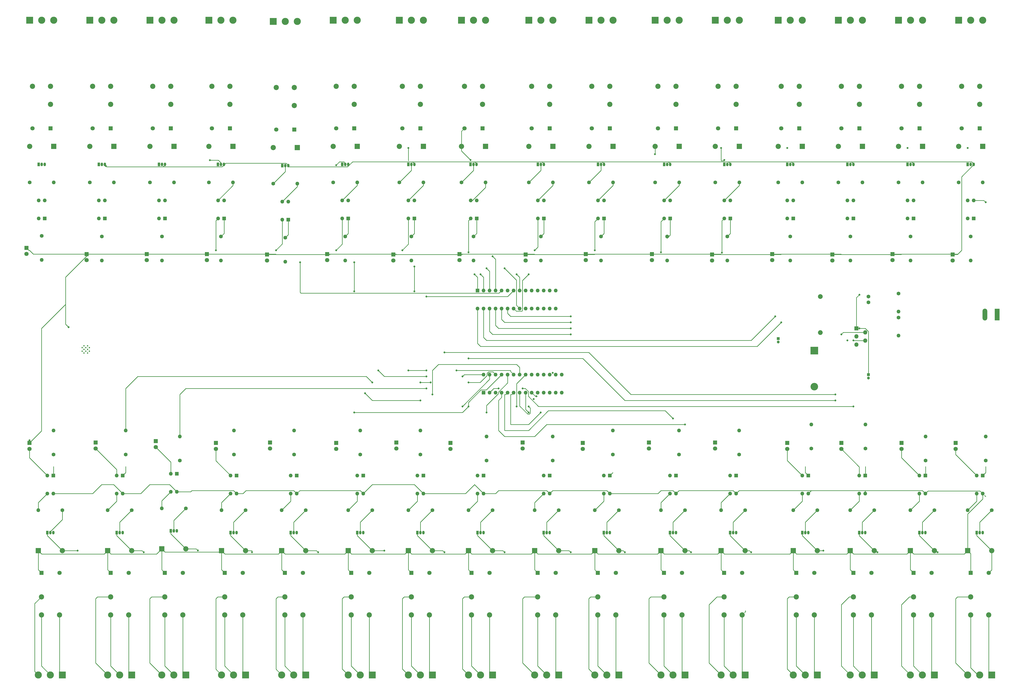
<source format=gbr>
%TF.GenerationSoftware,KiCad,Pcbnew,7.0.7*%
%TF.CreationDate,2023-09-03T02:21:54+05:00*%
%TF.ProjectId,MCUPCB,4d435550-4342-42e6-9b69-6361645f7063,rev?*%
%TF.SameCoordinates,Original*%
%TF.FileFunction,Copper,L2,Bot*%
%TF.FilePolarity,Positive*%
%FSLAX46Y46*%
G04 Gerber Fmt 4.6, Leading zero omitted, Abs format (unit mm)*
G04 Created by KiCad (PCBNEW 7.0.7) date 2023-09-03 02:21:54*
%MOMM*%
%LPD*%
G01*
G04 APERTURE LIST*
%TA.AperFunction,ComponentPad*%
%ADD10R,2.200000X2.200000*%
%TD*%
%TA.AperFunction,ComponentPad*%
%ADD11O,2.200000X2.200000*%
%TD*%
%TA.AperFunction,ComponentPad*%
%ADD12C,1.800000*%
%TD*%
%TA.AperFunction,ComponentPad*%
%ADD13R,1.800000X1.800000*%
%TD*%
%TA.AperFunction,ComponentPad*%
%ADD14C,2.200000*%
%TD*%
%TA.AperFunction,ComponentPad*%
%ADD15R,1.050000X1.500000*%
%TD*%
%TA.AperFunction,ComponentPad*%
%ADD16O,1.050000X1.500000*%
%TD*%
%TA.AperFunction,ComponentPad*%
%ADD17O,1.600000X1.600000*%
%TD*%
%TA.AperFunction,ComponentPad*%
%ADD18R,1.600000X1.600000*%
%TD*%
%TA.AperFunction,ComponentPad*%
%ADD19C,3.000000*%
%TD*%
%TA.AperFunction,ComponentPad*%
%ADD20R,3.000000X3.000000*%
%TD*%
%TA.AperFunction,ComponentPad*%
%ADD21C,1.600000*%
%TD*%
%TA.AperFunction,HeatsinkPad*%
%ADD22C,0.600000*%
%TD*%
%TA.AperFunction,ComponentPad*%
%ADD23C,2.000000*%
%TD*%
%TA.AperFunction,ComponentPad*%
%ADD24O,2.000000X2.000000*%
%TD*%
%TA.AperFunction,ComponentPad*%
%ADD25O,1.800000X1.800000*%
%TD*%
%TA.AperFunction,ComponentPad*%
%ADD26O,2.020000X5.020000*%
%TD*%
%TA.AperFunction,ComponentPad*%
%ADD27R,2.020000X5.020000*%
%TD*%
%TA.AperFunction,ComponentPad*%
%ADD28R,3.200000X3.200000*%
%TD*%
%TA.AperFunction,ComponentPad*%
%ADD29O,3.200000X3.200000*%
%TD*%
%TA.AperFunction,ComponentPad*%
%ADD30R,1.200000X1.200000*%
%TD*%
%TA.AperFunction,ComponentPad*%
%ADD31C,1.200000*%
%TD*%
%TA.AperFunction,ViaPad*%
%ADD32C,0.800000*%
%TD*%
%TA.AperFunction,Conductor*%
%ADD33C,0.250000*%
%TD*%
G04 APERTURE END LIST*
D10*
%TO.P,D21,1,K*%
%TO.N,Net-(D1-K)*%
X381780000Y-121140000D03*
D11*
%TO.P,D21,2,A*%
%TO.N,Net-(D21-A)*%
X371620000Y-121140000D03*
%TD*%
D12*
%TO.P,K12,A2*%
%TO.N,Net-(D23-A)*%
X398237500Y-113520000D03*
D13*
%TO.P,K12,A1*%
%TO.N,Net-(D1-K)*%
X405857500Y-113520000D03*
D14*
%TO.P,K12,14*%
%TO.N,Net-(J12-Pin_2)*%
X405857500Y-95740000D03*
%TO.P,K12,12*%
%TO.N,Net-(J12-Pin_1)*%
X398237500Y-95740000D03*
%TO.P,K12,11*%
%TO.N,Net-(J12-Pin_3)*%
X405857500Y-103360000D03*
%TD*%
D10*
%TO.P,D15,1,K*%
%TO.N,Net-(D1-K)*%
X300042500Y-121140000D03*
D11*
%TO.P,D15,2,A*%
%TO.N,Net-(D15-A)*%
X289882500Y-121140000D03*
%TD*%
D12*
%TO.P,K14,A2*%
%TO.N,Net-(D27-A)*%
X450255000Y-113520000D03*
D13*
%TO.P,K14,A1*%
%TO.N,Net-(D1-K)*%
X457875000Y-113520000D03*
D14*
%TO.P,K14,14*%
%TO.N,Net-(J14-Pin_2)*%
X457875000Y-95740000D03*
%TO.P,K14,12*%
%TO.N,Net-(J14-Pin_1)*%
X450255000Y-95740000D03*
%TO.P,K14,11*%
%TO.N,Net-(J14-Pin_3)*%
X457875000Y-103360000D03*
%TD*%
D15*
%TO.P,Q8,1,C*%
%TO.N,Net-(D15-A)*%
X293692500Y-128760000D03*
D16*
%TO.P,Q8,2,B*%
%TO.N,Net-(Q8-B)*%
X294962500Y-128760000D03*
%TO.P,Q8,3,E*%
%TO.N,GNDREF*%
X296232500Y-128760000D03*
%TD*%
D12*
%TO.P,K15,A2*%
%TO.N,Net-(D29-A)*%
X475655000Y-113520000D03*
D13*
%TO.P,K15,A1*%
%TO.N,Net-(D1-K)*%
X483275000Y-113520000D03*
D14*
%TO.P,K15,14*%
%TO.N,Net-(J15-Pin_2)*%
X483275000Y-95740000D03*
%TO.P,K15,12*%
%TO.N,Net-(J15-Pin_1)*%
X475655000Y-95740000D03*
%TO.P,K15,11*%
%TO.N,Net-(J15-Pin_3)*%
X483275000Y-103360000D03*
%TD*%
D12*
%TO.P,K16,A2*%
%TO.N,Net-(D31-A)*%
X501055000Y-113520000D03*
D13*
%TO.P,K16,A1*%
%TO.N,Net-(D1-K)*%
X508675000Y-113520000D03*
D14*
%TO.P,K16,14*%
%TO.N,Net-(J16-Pin_2)*%
X508675000Y-95740000D03*
%TO.P,K16,12*%
%TO.N,Net-(J16-Pin_1)*%
X501055000Y-95740000D03*
%TO.P,K16,11*%
%TO.N,Net-(J16-Pin_3)*%
X508675000Y-103360000D03*
%TD*%
D12*
%TO.P,K5,A2*%
%TO.N,Net-(D9-A)*%
X211577500Y-114080000D03*
D13*
%TO.P,K5,A1*%
%TO.N,Net-(D1-K)*%
X219197500Y-114080000D03*
D14*
%TO.P,K5,14*%
%TO.N,Net-(J5-Pin_2)*%
X219197500Y-96300000D03*
%TO.P,K5,12*%
%TO.N,Net-(J5-Pin_1)*%
X211577500Y-96300000D03*
%TO.P,K5,11*%
%TO.N,Net-(J5-Pin_3)*%
X219197500Y-103920000D03*
%TD*%
D17*
%TO.P,U16,4*%
%TO.N,Net-(D1-K)*%
X506192500Y-144000000D03*
%TO.P,U16,3*%
%TO.N,Net-(R32-Pad2)*%
X503652500Y-144000000D03*
%TO.P,U16,2*%
%TO.N,Net-(D32-A)*%
X503652500Y-151620000D03*
D18*
%TO.P,U16,1*%
%TO.N,Net-(R31-Pad1)*%
X506192500Y-151620000D03*
%TD*%
D19*
%TO.P,J14,3,Pin_3*%
%TO.N,Net-(J14-Pin_3)*%
X459197500Y-67800000D03*
%TO.P,J14,2,Pin_2*%
%TO.N,Net-(J14-Pin_2)*%
X454117500Y-67800000D03*
D20*
%TO.P,J14,1,Pin_1*%
%TO.N,Net-(J14-Pin_1)*%
X449037500Y-67800000D03*
%TD*%
D16*
%TO.P,Q10,3,E*%
%TO.N,GNDREF*%
X350030000Y-128760000D03*
%TO.P,Q10,2,B*%
%TO.N,Net-(Q10-B)*%
X348760000Y-128760000D03*
D15*
%TO.P,Q10,1,C*%
%TO.N,Net-(D19-A)*%
X347490000Y-128760000D03*
%TD*%
D14*
%TO.P,K10,11*%
%TO.N,Net-(J10-Pin_3)*%
X352517500Y-103360000D03*
%TO.P,K10,12*%
%TO.N,Net-(J10-Pin_1)*%
X344897500Y-95740000D03*
%TO.P,K10,14*%
%TO.N,Net-(J10-Pin_2)*%
X352517500Y-95740000D03*
D13*
%TO.P,K10,A1*%
%TO.N,Net-(D1-K)*%
X352517500Y-113520000D03*
D12*
%TO.P,K10,A2*%
%TO.N,Net-(D19-A)*%
X344897500Y-113520000D03*
%TD*%
D17*
%TO.P,R23,2*%
%TO.N,SW12*%
X402100000Y-169400000D03*
D21*
%TO.P,R23,1*%
%TO.N,Net-(R23-Pad1)*%
X402100000Y-159240000D03*
%TD*%
D11*
%TO.P,D23,2,A*%
%TO.N,Net-(D23-A)*%
X397020000Y-121140000D03*
D10*
%TO.P,D23,1,K*%
%TO.N,Net-(D1-K)*%
X407180000Y-121140000D03*
%TD*%
D12*
%TO.P,K11,A2*%
%TO.N,Net-(D21-A)*%
X372837500Y-113520000D03*
D13*
%TO.P,K11,A1*%
%TO.N,Net-(D1-K)*%
X380457500Y-113520000D03*
D14*
%TO.P,K11,14*%
%TO.N,Net-(J11-Pin_2)*%
X380457500Y-95740000D03*
%TO.P,K11,12*%
%TO.N,Net-(J11-Pin_1)*%
X372837500Y-95740000D03*
%TO.P,K11,11*%
%TO.N,Net-(J11-Pin_3)*%
X380457500Y-103360000D03*
%TD*%
D12*
%TO.P,D24,2,A*%
%TO.N,Net-(D24-A)*%
X395697500Y-169400000D03*
D13*
%TO.P,D24,1,K*%
%TO.N,GNDREF*%
X395697500Y-166860000D03*
%TD*%
D16*
%TO.P,Q16,3,E*%
%TO.N,GNDREF*%
X506187500Y-128760000D03*
%TO.P,Q16,2,B*%
%TO.N,Net-(Q16-B)*%
X504917500Y-128760000D03*
D15*
%TO.P,Q16,1,C*%
%TO.N,Net-(D31-A)*%
X503647500Y-128760000D03*
%TD*%
D12*
%TO.P,K13,A2*%
%TO.N,Net-(D25-A)*%
X424855000Y-113520000D03*
D13*
%TO.P,K13,A1*%
%TO.N,Net-(D1-K)*%
X432475000Y-113520000D03*
D14*
%TO.P,K13,14*%
%TO.N,Net-(J13-Pin_2)*%
X432475000Y-95740000D03*
%TO.P,K13,12*%
%TO.N,Net-(J13-Pin_1)*%
X424855000Y-95740000D03*
%TO.P,K13,11*%
%TO.N,Net-(J13-Pin_3)*%
X432475000Y-103360000D03*
%TD*%
D12*
%TO.P,D26,2,A*%
%TO.N,Net-(D26-A)*%
X421097500Y-169240000D03*
D13*
%TO.P,D26,1,K*%
%TO.N,GNDREF*%
X421097500Y-166700000D03*
%TD*%
D15*
%TO.P,Q11,1,C*%
%TO.N,Net-(D21-A)*%
X375430000Y-128760000D03*
D16*
%TO.P,Q11,2,B*%
%TO.N,Net-(Q11-B)*%
X376700000Y-128760000D03*
%TO.P,Q11,3,E*%
%TO.N,GNDREF*%
X377970000Y-128760000D03*
%TD*%
D17*
%TO.P,R29,2*%
%TO.N,SW15*%
X479517500Y-169400000D03*
D21*
%TO.P,R29,1*%
%TO.N,Net-(R29-Pad1)*%
X479517500Y-159240000D03*
%TD*%
D16*
%TO.P,Q13,3,E*%
%TO.N,GNDREF*%
X429987500Y-128760000D03*
%TO.P,Q13,2,B*%
%TO.N,Net-(Q13-B)*%
X428717500Y-128760000D03*
D15*
%TO.P,Q13,1,C*%
%TO.N,Net-(D25-A)*%
X427447500Y-128760000D03*
%TD*%
%TO.P,Q6,1,C*%
%TO.N,Net-(D11-A)*%
X239487500Y-128760000D03*
D16*
%TO.P,Q6,2,B*%
%TO.N,Net-(Q6-B)*%
X240757500Y-128760000D03*
%TO.P,Q6,3,E*%
%TO.N,GNDREF*%
X242027500Y-128760000D03*
%TD*%
D15*
%TO.P,Q4,1,C*%
%TO.N,Net-(D7-A)*%
X187012500Y-128760000D03*
D16*
%TO.P,Q4,2,B*%
%TO.N,Net-(Q4-B)*%
X188282500Y-128760000D03*
%TO.P,Q4,3,E*%
%TO.N,GNDREF*%
X189552500Y-128760000D03*
%TD*%
D15*
%TO.P,Q12,1,C*%
%TO.N,Net-(D23-A)*%
X400830000Y-128760000D03*
D16*
%TO.P,Q12,2,B*%
%TO.N,Net-(Q12-B)*%
X402100000Y-128760000D03*
%TO.P,Q12,3,E*%
%TO.N,GNDREF*%
X403370000Y-128760000D03*
%TD*%
D13*
%TO.P,D20,1,K*%
%TO.N,GNDREF*%
X342357500Y-166700000D03*
D12*
%TO.P,D20,2,A*%
%TO.N,Net-(D20-A)*%
X342357500Y-169240000D03*
%TD*%
D15*
%TO.P,Q3,1,C*%
%TO.N,Net-(D5-A)*%
X162070000Y-128760000D03*
D16*
%TO.P,Q3,2,B*%
%TO.N,Net-(Q3-B)*%
X163340000Y-128760000D03*
%TO.P,Q3,3,E*%
%TO.N,GNDREF*%
X164610000Y-128760000D03*
%TD*%
D17*
%TO.P,U9,4*%
%TO.N,Net-(D1-K)*%
X324635000Y-144000000D03*
%TO.P,U9,3*%
%TO.N,Net-(R18-Pad2)*%
X322095000Y-144000000D03*
%TO.P,U9,2*%
%TO.N,Net-(D18-A)*%
X322095000Y-151620000D03*
D18*
%TO.P,U9,1*%
%TO.N,Net-(R17-Pad1)*%
X324635000Y-151620000D03*
%TD*%
D16*
%TO.P,Q1,3,E*%
%TO.N,GNDREF*%
X113810000Y-128760000D03*
%TO.P,Q1,2,B*%
%TO.N,Net-(Q1-B)*%
X112540000Y-128760000D03*
D15*
%TO.P,Q1,1,C*%
%TO.N,Net-(D1-A)*%
X111270000Y-128760000D03*
%TD*%
%TO.P,Q5,1,C*%
%TO.N,Net-(D9-A)*%
X214170000Y-129320000D03*
D16*
%TO.P,Q5,2,B*%
%TO.N,Net-(Q5-B)*%
X215440000Y-129320000D03*
%TO.P,Q5,3,E*%
%TO.N,GNDREF*%
X216710000Y-129320000D03*
%TD*%
%TO.P,Q2,3,E*%
%TO.N,GNDREF*%
X139210000Y-128760000D03*
%TO.P,Q2,2,B*%
%TO.N,Net-(Q2-B)*%
X137940000Y-128760000D03*
D15*
%TO.P,Q2,1,C*%
%TO.N,Net-(D3-A)*%
X136670000Y-128760000D03*
%TD*%
D17*
%TO.P,R12,2*%
%TO.N,Net-(R12-Pad2)*%
X245837500Y-136380000D03*
D21*
%TO.P,R12,1*%
%TO.N,Net-(Q6-B)*%
X235677500Y-136380000D03*
%TD*%
D15*
%TO.P,Q9,1,C*%
%TO.N,Net-(D17-A)*%
X322090000Y-128760000D03*
D16*
%TO.P,Q9,2,B*%
%TO.N,Net-(Q9-B)*%
X323360000Y-128760000D03*
%TO.P,Q9,3,E*%
%TO.N,GNDREF*%
X324630000Y-128760000D03*
%TD*%
%TO.P,Q15,3,E*%
%TO.N,GNDREF*%
X480787500Y-128760000D03*
%TO.P,Q15,2,B*%
%TO.N,Net-(Q15-B)*%
X479517500Y-128760000D03*
D15*
%TO.P,Q15,1,C*%
%TO.N,Net-(D29-A)*%
X478247500Y-128760000D03*
%TD*%
D17*
%TO.P,R10,2*%
%TO.N,Net-(R10-Pad2)*%
X220520000Y-136940000D03*
D21*
%TO.P,R10,1*%
%TO.N,Net-(Q5-B)*%
X210360000Y-136940000D03*
%TD*%
D13*
%TO.P,D16,1,K*%
%TO.N,GNDREF*%
X289017500Y-166700000D03*
D12*
%TO.P,D16,2,A*%
%TO.N,Net-(D16-A)*%
X289017500Y-169240000D03*
%TD*%
D16*
%TO.P,Q7,3,E*%
%TO.N,GNDREF*%
X269972500Y-128760000D03*
%TO.P,Q7,2,B*%
%TO.N,Net-(Q7-B)*%
X268702500Y-128760000D03*
D15*
%TO.P,Q7,1,C*%
%TO.N,Net-(D13-A)*%
X267432500Y-128760000D03*
%TD*%
%TO.P,Q14,1,C*%
%TO.N,Net-(D27-A)*%
X452847500Y-128760000D03*
D16*
%TO.P,Q14,2,B*%
%TO.N,Net-(Q14-B)*%
X454117500Y-128760000D03*
%TO.P,Q14,3,E*%
%TO.N,GNDREF*%
X455387500Y-128760000D03*
%TD*%
D11*
%TO.P,D11,2,A*%
%TO.N,Net-(D11-A)*%
X235677500Y-121140000D03*
D10*
%TO.P,D11,1,K*%
%TO.N,Net-(D1-K)*%
X245837500Y-121140000D03*
%TD*%
D17*
%TO.P,R2,2*%
%TO.N,Net-(R2-Pad2)*%
X117620000Y-136380000D03*
D21*
%TO.P,R2,1*%
%TO.N,Net-(Q1-B)*%
X107460000Y-136380000D03*
%TD*%
D17*
%TO.P,R3,2*%
%TO.N,SW2*%
X137940000Y-169400000D03*
D21*
%TO.P,R3,1*%
%TO.N,Net-(R3-Pad1)*%
X137940000Y-159240000D03*
%TD*%
D17*
%TO.P,R4,2*%
%TO.N,Net-(R4-Pad2)*%
X143020000Y-136380000D03*
D21*
%TO.P,R4,1*%
%TO.N,Net-(Q2-B)*%
X132860000Y-136380000D03*
%TD*%
D13*
%TO.P,D32,1,K*%
%TO.N,GNDREF*%
X497297500Y-166860000D03*
D12*
%TO.P,D32,2,A*%
%TO.N,Net-(D32-A)*%
X497297500Y-169400000D03*
%TD*%
D17*
%TO.P,R5,2*%
%TO.N,SW3*%
X163340000Y-169400000D03*
D21*
%TO.P,R5,1*%
%TO.N,Net-(R5-Pad1)*%
X163340000Y-159240000D03*
%TD*%
D11*
%TO.P,D9,2,A*%
%TO.N,Net-(D9-A)*%
X210360000Y-121700000D03*
D10*
%TO.P,D9,1,K*%
%TO.N,Net-(D1-K)*%
X220520000Y-121700000D03*
%TD*%
D17*
%TO.P,R6,2*%
%TO.N,Net-(R6-Pad2)*%
X168420000Y-136380000D03*
D21*
%TO.P,R6,1*%
%TO.N,Net-(Q3-B)*%
X158260000Y-136380000D03*
%TD*%
D17*
%TO.P,R7,2*%
%TO.N,SW4*%
X188282500Y-169400000D03*
D21*
%TO.P,R7,1*%
%TO.N,Net-(R7-Pad1)*%
X188282500Y-159240000D03*
%TD*%
D17*
%TO.P,R8,2*%
%TO.N,Net-(R8-Pad2)*%
X193362500Y-136380000D03*
D21*
%TO.P,R8,1*%
%TO.N,Net-(Q4-B)*%
X183202500Y-136380000D03*
%TD*%
D19*
%TO.P,J15,3,Pin_3*%
%TO.N,Net-(J15-Pin_3)*%
X484597500Y-67800000D03*
%TO.P,J15,2,Pin_2*%
%TO.N,Net-(J15-Pin_2)*%
X479517500Y-67800000D03*
D20*
%TO.P,J15,1,Pin_1*%
%TO.N,Net-(J15-Pin_1)*%
X474437500Y-67800000D03*
%TD*%
D13*
%TO.P,D8,1,K*%
%TO.N,GNDREF*%
X182337500Y-166700000D03*
D12*
%TO.P,D8,2,A*%
%TO.N,Net-(D8-A)*%
X182337500Y-169240000D03*
%TD*%
D11*
%TO.P,D13,2,A*%
%TO.N,Net-(D13-A)*%
X263622500Y-121140000D03*
D10*
%TO.P,D13,1,K*%
%TO.N,Net-(D1-K)*%
X273782500Y-121140000D03*
%TD*%
D12*
%TO.P,D18,2,A*%
%TO.N,Net-(D18-A)*%
X316957500Y-169400000D03*
D13*
%TO.P,D18,1,K*%
%TO.N,GNDREF*%
X316957500Y-166860000D03*
%TD*%
D11*
%TO.P,D3,2,A*%
%TO.N,Net-(D3-A)*%
X132860000Y-121140000D03*
D10*
%TO.P,D3,1,K*%
%TO.N,Net-(D1-K)*%
X143020000Y-121140000D03*
%TD*%
D12*
%TO.P,D4,2,A*%
%TO.N,Net-(D4-A)*%
X131537500Y-169240000D03*
D13*
%TO.P,D4,1,K*%
%TO.N,GNDREF*%
X131537500Y-166700000D03*
%TD*%
D10*
%TO.P,D17,1,K*%
%TO.N,Net-(D1-K)*%
X328440000Y-121140000D03*
D11*
%TO.P,D17,2,A*%
%TO.N,Net-(D17-A)*%
X318280000Y-121140000D03*
%TD*%
%TO.P,D1,2,A*%
%TO.N,Net-(D1-A)*%
X107460000Y-121140000D03*
D10*
%TO.P,D1,1,K*%
%TO.N,Net-(D1-K)*%
X117620000Y-121140000D03*
%TD*%
D12*
%TO.P,D6,2,A*%
%TO.N,Net-(D6-A)*%
X156937500Y-169240000D03*
D13*
%TO.P,D6,1,K*%
%TO.N,GNDREF*%
X156937500Y-166700000D03*
%TD*%
D11*
%TO.P,D7,2,A*%
%TO.N,Net-(D7-A)*%
X183202500Y-121140000D03*
D10*
%TO.P,D7,1,K*%
%TO.N,Net-(D1-K)*%
X193362500Y-121140000D03*
%TD*%
D11*
%TO.P,D5,2,A*%
%TO.N,Net-(D5-A)*%
X158260000Y-121140000D03*
D10*
%TO.P,D5,1,K*%
%TO.N,Net-(D1-K)*%
X168420000Y-121140000D03*
%TD*%
D12*
%TO.P,D10,2,A*%
%TO.N,Net-(D10-A)*%
X207737500Y-169400000D03*
D13*
%TO.P,D10,1,K*%
%TO.N,GNDREF*%
X207737500Y-166860000D03*
%TD*%
D12*
%TO.P,D12,2,A*%
%TO.N,Net-(D12-A)*%
X233137500Y-169240000D03*
D13*
%TO.P,D12,1,K*%
%TO.N,GNDREF*%
X233137500Y-166700000D03*
%TD*%
D11*
%TO.P,D19,2,A*%
%TO.N,Net-(D19-A)*%
X343680000Y-121140000D03*
D10*
%TO.P,D19,1,K*%
%TO.N,Net-(D1-K)*%
X353840000Y-121140000D03*
%TD*%
D13*
%TO.P,D14,1,K*%
%TO.N,GNDREF*%
X261077500Y-166860000D03*
D12*
%TO.P,D14,2,A*%
%TO.N,Net-(D14-A)*%
X261077500Y-169400000D03*
%TD*%
D13*
%TO.P,D22,1,K*%
%TO.N,GNDREF*%
X370297500Y-166700000D03*
D12*
%TO.P,D22,2,A*%
%TO.N,Net-(D22-A)*%
X370297500Y-169240000D03*
%TD*%
D19*
%TO.P,J2,3,Pin_3*%
%TO.N,Net-(J2-Pin_3)*%
X143020000Y-67800000D03*
%TO.P,J2,2,Pin_2*%
%TO.N,Net-(J2-Pin_2)*%
X137940000Y-67800000D03*
D20*
%TO.P,J2,1,Pin_1*%
%TO.N,Net-(J2-Pin_1)*%
X132860000Y-67800000D03*
%TD*%
D11*
%TO.P,D31,2,A*%
%TO.N,Net-(D31-A)*%
X499837500Y-121140000D03*
D10*
%TO.P,D31,1,K*%
%TO.N,Net-(D1-K)*%
X509997500Y-121140000D03*
%TD*%
D12*
%TO.P,D28,2,A*%
%TO.N,Net-(D28-A)*%
X446497500Y-169400000D03*
D13*
%TO.P,D28,1,K*%
%TO.N,GNDREF*%
X446497500Y-166860000D03*
%TD*%
D11*
%TO.P,D29,2,A*%
%TO.N,Net-(D29-A)*%
X474437500Y-121140000D03*
D10*
%TO.P,D29,1,K*%
%TO.N,Net-(D1-K)*%
X484597500Y-121140000D03*
%TD*%
D11*
%TO.P,D27,2,A*%
%TO.N,Net-(D27-A)*%
X449037500Y-121140000D03*
D10*
%TO.P,D27,1,K*%
%TO.N,Net-(D1-K)*%
X459197500Y-121140000D03*
%TD*%
D12*
%TO.P,D30,2,A*%
%TO.N,Net-(D30-A)*%
X471897500Y-169240000D03*
D13*
%TO.P,D30,1,K*%
%TO.N,GNDREF*%
X471897500Y-166700000D03*
%TD*%
D10*
%TO.P,D25,1,K*%
%TO.N,Net-(D1-K)*%
X433797500Y-121140000D03*
D11*
%TO.P,D25,2,A*%
%TO.N,Net-(D25-A)*%
X423637500Y-121140000D03*
%TD*%
D19*
%TO.P,J12,3,Pin_3*%
%TO.N,Net-(J12-Pin_3)*%
X407180000Y-67800000D03*
%TO.P,J12,2,Pin_2*%
%TO.N,Net-(J12-Pin_2)*%
X402100000Y-67800000D03*
D20*
%TO.P,J12,1,Pin_1*%
%TO.N,Net-(J12-Pin_1)*%
X397020000Y-67800000D03*
%TD*%
D19*
%TO.P,J9,3,Pin_3*%
%TO.N,Net-(J9-Pin_3)*%
X328440000Y-67800000D03*
%TO.P,J9,2,Pin_2*%
%TO.N,Net-(J9-Pin_2)*%
X323360000Y-67800000D03*
D20*
%TO.P,J9,1,Pin_1*%
%TO.N,Net-(J9-Pin_1)*%
X318280000Y-67800000D03*
%TD*%
%TO.P,J7,1,Pin_1*%
%TO.N,Net-(J7-Pin_1)*%
X263622500Y-67800000D03*
D19*
%TO.P,J7,2,Pin_2*%
%TO.N,Net-(J7-Pin_2)*%
X268702500Y-67800000D03*
%TO.P,J7,3,Pin_3*%
%TO.N,Net-(J7-Pin_3)*%
X273782500Y-67800000D03*
%TD*%
%TO.P,J1,3,Pin_3*%
%TO.N,Net-(J1-Pin_3)*%
X117620000Y-67800000D03*
%TO.P,J1,2,Pin_2*%
%TO.N,Net-(J1-Pin_2)*%
X112540000Y-67800000D03*
D20*
%TO.P,J1,1,Pin_1*%
%TO.N,Net-(J1-Pin_1)*%
X107460000Y-67800000D03*
%TD*%
%TO.P,J3,1,Pin_1*%
%TO.N,Net-(J3-Pin_1)*%
X158260000Y-67800000D03*
D19*
%TO.P,J3,2,Pin_2*%
%TO.N,Net-(J3-Pin_2)*%
X163340000Y-67800000D03*
%TO.P,J3,3,Pin_3*%
%TO.N,Net-(J3-Pin_3)*%
X168420000Y-67800000D03*
%TD*%
%TO.P,J4,3,Pin_3*%
%TO.N,Net-(J4-Pin_3)*%
X193362500Y-67800000D03*
%TO.P,J4,2,Pin_2*%
%TO.N,Net-(J4-Pin_2)*%
X188282500Y-67800000D03*
D20*
%TO.P,J4,1,Pin_1*%
%TO.N,Net-(J4-Pin_1)*%
X183202500Y-67800000D03*
%TD*%
D19*
%TO.P,J11,3,Pin_3*%
%TO.N,Net-(J11-Pin_3)*%
X381780000Y-67800000D03*
%TO.P,J11,2,Pin_2*%
%TO.N,Net-(J11-Pin_2)*%
X376700000Y-67800000D03*
D20*
%TO.P,J11,1,Pin_1*%
%TO.N,Net-(J11-Pin_1)*%
X371620000Y-67800000D03*
%TD*%
D19*
%TO.P,J8,3,Pin_3*%
%TO.N,Net-(J8-Pin_3)*%
X300042500Y-67800000D03*
%TO.P,J8,2,Pin_2*%
%TO.N,Net-(J8-Pin_2)*%
X294962500Y-67800000D03*
D20*
%TO.P,J8,1,Pin_1*%
%TO.N,Net-(J8-Pin_1)*%
X289882500Y-67800000D03*
%TD*%
D19*
%TO.P,J6,3,Pin_3*%
%TO.N,Net-(J6-Pin_3)*%
X245837500Y-67800000D03*
%TO.P,J6,2,Pin_2*%
%TO.N,Net-(J6-Pin_2)*%
X240757500Y-67800000D03*
D20*
%TO.P,J6,1,Pin_1*%
%TO.N,Net-(J6-Pin_1)*%
X235677500Y-67800000D03*
%TD*%
%TO.P,J10,1,Pin_1*%
%TO.N,Net-(J10-Pin_1)*%
X343680000Y-67800000D03*
D19*
%TO.P,J10,2,Pin_2*%
%TO.N,Net-(J10-Pin_2)*%
X348760000Y-67800000D03*
%TO.P,J10,3,Pin_3*%
%TO.N,Net-(J10-Pin_3)*%
X353840000Y-67800000D03*
%TD*%
%TO.P,J5,3,Pin_3*%
%TO.N,Net-(J5-Pin_3)*%
X220520000Y-68360000D03*
%TO.P,J5,2,Pin_2*%
%TO.N,Net-(J5-Pin_2)*%
X215440000Y-68360000D03*
D20*
%TO.P,J5,1,Pin_1*%
%TO.N,Net-(J5-Pin_1)*%
X210360000Y-68360000D03*
%TD*%
%TO.P,J13,1,Pin_1*%
%TO.N,Net-(J13-Pin_1)*%
X423637500Y-67800000D03*
D19*
%TO.P,J13,2,Pin_2*%
%TO.N,Net-(J13-Pin_2)*%
X428717500Y-67800000D03*
%TO.P,J13,3,Pin_3*%
%TO.N,Net-(J13-Pin_3)*%
X433797500Y-67800000D03*
%TD*%
%TO.P,J16,3,Pin_3*%
%TO.N,Net-(J16-Pin_3)*%
X509997500Y-67800000D03*
%TO.P,J16,2,Pin_2*%
%TO.N,Net-(J16-Pin_2)*%
X504917500Y-67800000D03*
D20*
%TO.P,J16,1,Pin_1*%
%TO.N,Net-(J16-Pin_1)*%
X499837500Y-67800000D03*
%TD*%
D14*
%TO.P,K7,11*%
%TO.N,Net-(J7-Pin_3)*%
X272460000Y-103360000D03*
%TO.P,K7,12*%
%TO.N,Net-(J7-Pin_1)*%
X264840000Y-95740000D03*
%TO.P,K7,14*%
%TO.N,Net-(J7-Pin_2)*%
X272460000Y-95740000D03*
D13*
%TO.P,K7,A1*%
%TO.N,Net-(D1-K)*%
X272460000Y-113520000D03*
D12*
%TO.P,K7,A2*%
%TO.N,Net-(D13-A)*%
X264840000Y-113520000D03*
%TD*%
%TO.P,K8,A2*%
%TO.N,Net-(D15-A)*%
X291100000Y-113520000D03*
D13*
%TO.P,K8,A1*%
%TO.N,Net-(D1-K)*%
X298720000Y-113520000D03*
D14*
%TO.P,K8,14*%
%TO.N,Net-(J8-Pin_2)*%
X298720000Y-95740000D03*
%TO.P,K8,12*%
%TO.N,Net-(J8-Pin_1)*%
X291100000Y-95740000D03*
%TO.P,K8,11*%
%TO.N,Net-(J8-Pin_3)*%
X298720000Y-103360000D03*
%TD*%
D12*
%TO.P,K9,A2*%
%TO.N,Net-(D17-A)*%
X319497500Y-113520000D03*
D13*
%TO.P,K9,A1*%
%TO.N,Net-(D1-K)*%
X327117500Y-113520000D03*
D14*
%TO.P,K9,14*%
%TO.N,Net-(J9-Pin_2)*%
X327117500Y-95740000D03*
%TO.P,K9,12*%
%TO.N,Net-(J9-Pin_1)*%
X319497500Y-95740000D03*
%TO.P,K9,11*%
%TO.N,Net-(J9-Pin_3)*%
X327117500Y-103360000D03*
%TD*%
%TO.P,K1,11*%
%TO.N,Net-(J1-Pin_3)*%
X116297500Y-103360000D03*
%TO.P,K1,12*%
%TO.N,Net-(J1-Pin_1)*%
X108677500Y-95740000D03*
%TO.P,K1,14*%
%TO.N,Net-(J1-Pin_2)*%
X116297500Y-95740000D03*
D13*
%TO.P,K1,A1*%
%TO.N,Net-(D1-K)*%
X116297500Y-113520000D03*
D12*
%TO.P,K1,A2*%
%TO.N,Net-(D1-A)*%
X108677500Y-113520000D03*
%TD*%
%TO.P,K4,A2*%
%TO.N,Net-(D7-A)*%
X184420000Y-113520000D03*
D13*
%TO.P,K4,A1*%
%TO.N,Net-(D1-K)*%
X192040000Y-113520000D03*
D14*
%TO.P,K4,14*%
%TO.N,Net-(J4-Pin_2)*%
X192040000Y-95740000D03*
%TO.P,K4,12*%
%TO.N,Net-(J4-Pin_1)*%
X184420000Y-95740000D03*
%TO.P,K4,11*%
%TO.N,Net-(J4-Pin_3)*%
X192040000Y-103360000D03*
%TD*%
D12*
%TO.P,K3,A2*%
%TO.N,Net-(D5-A)*%
X159477500Y-113520000D03*
D13*
%TO.P,K3,A1*%
%TO.N,Net-(D1-K)*%
X167097500Y-113520000D03*
D14*
%TO.P,K3,14*%
%TO.N,Net-(J3-Pin_2)*%
X167097500Y-95740000D03*
%TO.P,K3,12*%
%TO.N,Net-(J3-Pin_1)*%
X159477500Y-95740000D03*
%TO.P,K3,11*%
%TO.N,Net-(J3-Pin_3)*%
X167097500Y-103360000D03*
%TD*%
D12*
%TO.P,K6,A2*%
%TO.N,Net-(D11-A)*%
X236895000Y-113520000D03*
D13*
%TO.P,K6,A1*%
%TO.N,Net-(D1-K)*%
X244515000Y-113520000D03*
D14*
%TO.P,K6,14*%
%TO.N,Net-(J6-Pin_2)*%
X244515000Y-95740000D03*
%TO.P,K6,12*%
%TO.N,Net-(J6-Pin_1)*%
X236895000Y-95740000D03*
%TO.P,K6,11*%
%TO.N,Net-(J6-Pin_3)*%
X244515000Y-103360000D03*
%TD*%
D12*
%TO.P,K2,A2*%
%TO.N,Net-(D3-A)*%
X134077500Y-113520000D03*
D13*
%TO.P,K2,A1*%
%TO.N,Net-(D1-K)*%
X141697500Y-113520000D03*
D14*
%TO.P,K2,14*%
%TO.N,Net-(J2-Pin_2)*%
X141697500Y-95740000D03*
%TO.P,K2,12*%
%TO.N,Net-(J2-Pin_1)*%
X134077500Y-95740000D03*
%TO.P,K2,11*%
%TO.N,Net-(J2-Pin_3)*%
X141697500Y-103360000D03*
%TD*%
D17*
%TO.P,R1,2*%
%TO.N,SW1*%
X112540000Y-169150000D03*
D21*
%TO.P,R1,1*%
%TO.N,Net-(R1-Pad1)*%
X112540000Y-158990000D03*
%TD*%
D12*
%TO.P,D2,2,A*%
%TO.N,Net-(D2-A)*%
X106137500Y-166610000D03*
D13*
%TO.P,D2,1,K*%
%TO.N,GNDREF*%
X106137500Y-164070000D03*
%TD*%
D21*
%TO.P,R13,1*%
%TO.N,Net-(R13-Pad1)*%
X268702500Y-159240000D03*
D17*
%TO.P,R13,2*%
%TO.N,SW7*%
X268702500Y-169400000D03*
%TD*%
D21*
%TO.P,R25,1*%
%TO.N,Net-(R25-Pad1)*%
X428717500Y-159240000D03*
D17*
%TO.P,R25,2*%
%TO.N,SW13*%
X428717500Y-169400000D03*
%TD*%
%TO.P,R16,2*%
%TO.N,Net-(R16-Pad2)*%
X300042500Y-136380000D03*
D21*
%TO.P,R16,1*%
%TO.N,Net-(Q8-B)*%
X289882500Y-136380000D03*
%TD*%
%TO.P,R20,1*%
%TO.N,Net-(Q10-B)*%
X343680000Y-136380000D03*
D17*
%TO.P,R20,2*%
%TO.N,Net-(R20-Pad2)*%
X353840000Y-136380000D03*
%TD*%
%TO.P,R32,2*%
%TO.N,Net-(R32-Pad2)*%
X509997500Y-136380000D03*
D21*
%TO.P,R32,1*%
%TO.N,Net-(Q16-B)*%
X499837500Y-136380000D03*
%TD*%
D17*
%TO.P,R9,2*%
%TO.N,SW5*%
X215440000Y-169960000D03*
D21*
%TO.P,R9,1*%
%TO.N,Net-(R9-Pad1)*%
X215440000Y-159800000D03*
%TD*%
D17*
%TO.P,R22,2*%
%TO.N,Net-(R22-Pad2)*%
X381780000Y-136380000D03*
D21*
%TO.P,R22,1*%
%TO.N,Net-(Q11-B)*%
X371620000Y-136380000D03*
%TD*%
D17*
%TO.P,R11,2*%
%TO.N,SW6*%
X240757500Y-169400000D03*
D21*
%TO.P,R11,1*%
%TO.N,Net-(R11-Pad1)*%
X240757500Y-159240000D03*
%TD*%
D17*
%TO.P,R21,2*%
%TO.N,SW11*%
X376700000Y-169400000D03*
D21*
%TO.P,R21,1*%
%TO.N,Net-(R21-Pad1)*%
X376700000Y-159240000D03*
%TD*%
D17*
%TO.P,R28,2*%
%TO.N,Net-(R28-Pad2)*%
X459197500Y-136380000D03*
D21*
%TO.P,R28,1*%
%TO.N,Net-(Q14-B)*%
X449037500Y-136380000D03*
%TD*%
D17*
%TO.P,R31,2*%
%TO.N,SW16*%
X504917500Y-169400000D03*
D21*
%TO.P,R31,1*%
%TO.N,Net-(R31-Pad1)*%
X504917500Y-159240000D03*
%TD*%
D17*
%TO.P,R15,2*%
%TO.N,SW8*%
X294962500Y-169400000D03*
D21*
%TO.P,R15,1*%
%TO.N,Net-(R15-Pad1)*%
X294962500Y-159240000D03*
%TD*%
D17*
%TO.P,R18,2*%
%TO.N,Net-(R18-Pad2)*%
X328440000Y-136380000D03*
D21*
%TO.P,R18,1*%
%TO.N,Net-(Q9-B)*%
X318280000Y-136380000D03*
%TD*%
%TO.P,R14,1*%
%TO.N,Net-(Q7-B)*%
X263622500Y-136380000D03*
D17*
%TO.P,R14,2*%
%TO.N,Net-(R14-Pad2)*%
X273782500Y-136380000D03*
%TD*%
%TO.P,R17,2*%
%TO.N,SW9*%
X323360000Y-169400000D03*
D21*
%TO.P,R17,1*%
%TO.N,Net-(R17-Pad1)*%
X323360000Y-159240000D03*
%TD*%
%TO.P,R19,1*%
%TO.N,Net-(R19-Pad1)*%
X348760000Y-159240000D03*
D17*
%TO.P,R19,2*%
%TO.N,SW10*%
X348760000Y-169400000D03*
%TD*%
%TO.P,R24,2*%
%TO.N,Net-(R24-Pad2)*%
X407180000Y-136380000D03*
D21*
%TO.P,R24,1*%
%TO.N,Net-(Q12-B)*%
X397020000Y-136380000D03*
%TD*%
%TO.P,R26,1*%
%TO.N,Net-(Q13-B)*%
X423637500Y-136380000D03*
D17*
%TO.P,R26,2*%
%TO.N,Net-(R26-Pad2)*%
X433797500Y-136380000D03*
%TD*%
%TO.P,R27,2*%
%TO.N,SW14*%
X454117500Y-169400000D03*
D21*
%TO.P,R27,1*%
%TO.N,Net-(R27-Pad1)*%
X454117500Y-159240000D03*
%TD*%
D17*
%TO.P,R30,2*%
%TO.N,Net-(R30-Pad2)*%
X484597500Y-136380000D03*
D21*
%TO.P,R30,1*%
%TO.N,Net-(Q15-B)*%
X474437500Y-136380000D03*
%TD*%
D17*
%TO.P,U1,4*%
%TO.N,Net-(D1-K)*%
X113815000Y-144000000D03*
%TO.P,U1,3*%
%TO.N,Net-(R2-Pad2)*%
X111275000Y-144000000D03*
%TO.P,U1,2*%
%TO.N,Net-(D2-A)*%
X111275000Y-151620000D03*
D18*
%TO.P,U1,1*%
%TO.N,Net-(R1-Pad1)*%
X113815000Y-151620000D03*
%TD*%
D17*
%TO.P,U3,4*%
%TO.N,Net-(D1-K)*%
X164615000Y-144000000D03*
%TO.P,U3,3*%
%TO.N,Net-(R6-Pad2)*%
X162075000Y-144000000D03*
%TO.P,U3,2*%
%TO.N,Net-(D6-A)*%
X162075000Y-151620000D03*
D18*
%TO.P,U3,1*%
%TO.N,Net-(R5-Pad1)*%
X164615000Y-151620000D03*
%TD*%
D17*
%TO.P,U4,4*%
%TO.N,Net-(D1-K)*%
X189557500Y-144000000D03*
%TO.P,U4,3*%
%TO.N,Net-(R8-Pad2)*%
X187017500Y-144000000D03*
%TO.P,U4,2*%
%TO.N,Net-(D8-A)*%
X187017500Y-151620000D03*
D18*
%TO.P,U4,1*%
%TO.N,Net-(R7-Pad1)*%
X189557500Y-151620000D03*
%TD*%
D17*
%TO.P,U5,4*%
%TO.N,Net-(D1-K)*%
X216715000Y-144560000D03*
%TO.P,U5,3*%
%TO.N,Net-(R10-Pad2)*%
X214175000Y-144560000D03*
%TO.P,U5,2*%
%TO.N,Net-(D10-A)*%
X214175000Y-152180000D03*
D18*
%TO.P,U5,1*%
%TO.N,Net-(R9-Pad1)*%
X216715000Y-152180000D03*
%TD*%
D17*
%TO.P,U6,4*%
%TO.N,Net-(D1-K)*%
X242032500Y-144000000D03*
%TO.P,U6,3*%
%TO.N,Net-(R12-Pad2)*%
X239492500Y-144000000D03*
%TO.P,U6,2*%
%TO.N,Net-(D12-A)*%
X239492500Y-151620000D03*
D18*
%TO.P,U6,1*%
%TO.N,Net-(R11-Pad1)*%
X242032500Y-151620000D03*
%TD*%
D17*
%TO.P,U2,4*%
%TO.N,Net-(D1-K)*%
X139215000Y-144000000D03*
%TO.P,U2,3*%
%TO.N,Net-(R4-Pad2)*%
X136675000Y-144000000D03*
%TO.P,U2,2*%
%TO.N,Net-(D4-A)*%
X136675000Y-151620000D03*
D18*
%TO.P,U2,1*%
%TO.N,Net-(R3-Pad1)*%
X139215000Y-151620000D03*
%TD*%
D17*
%TO.P,U8,4*%
%TO.N,Net-(D1-K)*%
X296237500Y-144000000D03*
%TO.P,U8,3*%
%TO.N,Net-(R16-Pad2)*%
X293697500Y-144000000D03*
%TO.P,U8,2*%
%TO.N,Net-(D16-A)*%
X293697500Y-151620000D03*
D18*
%TO.P,U8,1*%
%TO.N,Net-(R15-Pad1)*%
X296237500Y-151620000D03*
%TD*%
%TO.P,U7,1*%
%TO.N,Net-(R13-Pad1)*%
X269977500Y-151620000D03*
D17*
%TO.P,U7,2*%
%TO.N,Net-(D14-A)*%
X267437500Y-151620000D03*
%TO.P,U7,3*%
%TO.N,Net-(R14-Pad2)*%
X267437500Y-144000000D03*
%TO.P,U7,4*%
%TO.N,Net-(D1-K)*%
X269977500Y-144000000D03*
%TD*%
%TO.P,U11,4*%
%TO.N,Net-(D1-K)*%
X377975000Y-144000000D03*
%TO.P,U11,3*%
%TO.N,Net-(R22-Pad2)*%
X375435000Y-144000000D03*
%TO.P,U11,2*%
%TO.N,Net-(D22-A)*%
X375435000Y-151620000D03*
D18*
%TO.P,U11,1*%
%TO.N,Net-(R21-Pad1)*%
X377975000Y-151620000D03*
%TD*%
D17*
%TO.P,U12,4*%
%TO.N,Net-(D1-K)*%
X403375000Y-144000000D03*
%TO.P,U12,3*%
%TO.N,Net-(R24-Pad2)*%
X400835000Y-144000000D03*
%TO.P,U12,2*%
%TO.N,Net-(D24-A)*%
X400835000Y-151620000D03*
D18*
%TO.P,U12,1*%
%TO.N,Net-(R23-Pad1)*%
X403375000Y-151620000D03*
%TD*%
D17*
%TO.P,U15,4*%
%TO.N,Net-(D1-K)*%
X480792500Y-144000000D03*
%TO.P,U15,3*%
%TO.N,Net-(R30-Pad2)*%
X478252500Y-144000000D03*
%TO.P,U15,2*%
%TO.N,Net-(D30-A)*%
X478252500Y-151620000D03*
D18*
%TO.P,U15,1*%
%TO.N,Net-(R29-Pad1)*%
X480792500Y-151620000D03*
%TD*%
D17*
%TO.P,U14,4*%
%TO.N,Net-(D1-K)*%
X455392500Y-144000000D03*
%TO.P,U14,3*%
%TO.N,Net-(R28-Pad2)*%
X452852500Y-144000000D03*
%TO.P,U14,2*%
%TO.N,Net-(D28-A)*%
X452852500Y-151620000D03*
D18*
%TO.P,U14,1*%
%TO.N,Net-(R27-Pad1)*%
X455392500Y-151620000D03*
%TD*%
%TO.P,U13,1*%
%TO.N,Net-(R25-Pad1)*%
X429992500Y-151620000D03*
D17*
%TO.P,U13,2*%
%TO.N,Net-(D26-A)*%
X427452500Y-151620000D03*
%TO.P,U13,3*%
%TO.N,Net-(R26-Pad2)*%
X427452500Y-144000000D03*
%TO.P,U13,4*%
%TO.N,Net-(D1-K)*%
X429992500Y-144000000D03*
%TD*%
D18*
%TO.P,U10,1*%
%TO.N,Net-(R19-Pad1)*%
X350035000Y-151620000D03*
D17*
%TO.P,U10,2*%
%TO.N,Net-(D20-A)*%
X347495000Y-151620000D03*
%TO.P,U10,3*%
%TO.N,Net-(R20-Pad2)*%
X347495000Y-144000000D03*
%TO.P,U10,4*%
%TO.N,Net-(D1-K)*%
X350035000Y-144000000D03*
%TD*%
D22*
%TO.P,U33,39,GND*%
%TO.N,GNDREF*%
X130432500Y-208575000D03*
X132720000Y-206287500D03*
X129670000Y-206287500D03*
X131957500Y-208575000D03*
X132720000Y-207812500D03*
X129670000Y-207812500D03*
X130432500Y-205525000D03*
X131957500Y-207050000D03*
X131195000Y-206287500D03*
X131195000Y-207812500D03*
X131957500Y-205525000D03*
X130432500Y-207050000D03*
%TD*%
D12*
%TO.P,D46,2,A*%
%TO.N,Net-(D46-A)*%
X341035000Y-249120000D03*
D13*
%TO.P,D46,1,K*%
%TO.N,GNDREF*%
X341035000Y-246580000D03*
%TD*%
D23*
%TO.P,L1,1,1*%
%TO.N,Net-(U33-VDD)*%
X441417500Y-184640000D03*
D24*
%TO.P,L1,2,2*%
%TO.N,Net-(D65-K)*%
X441417500Y-199880000D03*
%TD*%
D13*
%TO.P,U36,1,VIN*%
%TO.N,Net-(D1-K)*%
X456657500Y-198160000D03*
D25*
%TO.P,U36,2,OUT*%
%TO.N,Net-(D65-K)*%
X460357500Y-199860000D03*
%TO.P,U36,3,GND*%
%TO.N,GNDREF*%
X456657500Y-201560000D03*
%TO.P,U36,4,FB*%
%TO.N,Net-(U36-FB)*%
X460357500Y-203260000D03*
%TO.P,U36,5,~{ON}/OFF*%
%TO.N,GNDREF*%
X456657500Y-204960000D03*
%TD*%
D17*
%TO.P,U35,28,GPA7*%
%TO.N,SW32*%
X299177500Y-217660000D03*
%TO.P,U35,27,GPA6*%
%TO.N,SW31*%
X301717500Y-217660000D03*
%TO.P,U35,26,GPA5*%
%TO.N,SW30*%
X304257500Y-217660000D03*
%TO.P,U35,25,GPA4*%
%TO.N,SW29*%
X306797500Y-217660000D03*
%TO.P,U35,24,GPA3*%
%TO.N,SW28*%
X309337500Y-217660000D03*
%TO.P,U35,23,GPA2*%
%TO.N,SW27*%
X311877500Y-217660000D03*
%TO.P,U35,22,GPA1*%
%TO.N,SW26*%
X314417500Y-217660000D03*
%TO.P,U35,21,GPA0*%
%TO.N,SW25*%
X316957500Y-217660000D03*
%TO.P,U35,20,INTA*%
%TO.N,unconnected-(U35-INTA-Pad20)*%
X319497500Y-217660000D03*
%TO.P,U35,19,INTB*%
%TO.N,unconnected-(U35-INTB-Pad19)*%
X322037500Y-217660000D03*
%TO.P,U35,18,~{RESET}*%
%TO.N,unconnected-(U35-~{RESET}-Pad18)*%
X324577500Y-217660000D03*
%TO.P,U35,17,A2*%
%TO.N,GNDREF*%
X327117500Y-217660000D03*
%TO.P,U35,16,A1*%
X329657500Y-217660000D03*
%TO.P,U35,15,A0*%
X332197500Y-217660000D03*
%TO.P,U35,14,NC*%
%TO.N,unconnected-(U35-NC-Pad14)*%
X332197500Y-225280000D03*
%TO.P,U35,13,SDA*%
%TO.N,Net-(U33-IO21)*%
X329657500Y-225280000D03*
%TO.P,U35,12,SCK*%
%TO.N,Net-(U33-IO22)*%
X327117500Y-225280000D03*
%TO.P,U35,11,NC*%
%TO.N,unconnected-(U35-NC-Pad11)*%
X324577500Y-225280000D03*
%TO.P,U35,10,VSS*%
%TO.N,GNDREF*%
X322037500Y-225280000D03*
%TO.P,U35,9,VDD*%
%TO.N,Net-(U33-VDD)*%
X319497500Y-225280000D03*
%TO.P,U35,8,GPB7*%
%TO.N,SW24*%
X316957500Y-225280000D03*
%TO.P,U35,7,GPB6*%
%TO.N,SW23*%
X314417500Y-225280000D03*
%TO.P,U35,6,GPB5*%
%TO.N,SW22*%
X311877500Y-225280000D03*
%TO.P,U35,5,GPB4*%
%TO.N,SW21*%
X309337500Y-225280000D03*
%TO.P,U35,4,GPB3*%
%TO.N,SW20*%
X306797500Y-225280000D03*
%TO.P,U35,3,GPB2*%
%TO.N,SW19*%
X304257500Y-225280000D03*
%TO.P,U35,2,GPB1*%
%TO.N,SW18*%
X301717500Y-225280000D03*
D18*
%TO.P,U35,1,GPB0*%
%TO.N,SW17*%
X299177500Y-225280000D03*
%TD*%
D17*
%TO.P,U34,28,GPA7*%
%TO.N,SW16*%
X296637500Y-189720000D03*
%TO.P,U34,27,GPA6*%
%TO.N,SW15*%
X299177500Y-189720000D03*
%TO.P,U34,26,GPA5*%
%TO.N,SW14*%
X301717500Y-189720000D03*
%TO.P,U34,25,GPA4*%
%TO.N,SW13*%
X304257500Y-189720000D03*
%TO.P,U34,24,GPA3*%
%TO.N,SW12*%
X306797500Y-189720000D03*
%TO.P,U34,23,GPA2*%
%TO.N,SW11*%
X309337500Y-189720000D03*
%TO.P,U34,22,GPA1*%
%TO.N,SW10*%
X311877500Y-189720000D03*
%TO.P,U34,21,GPA0*%
%TO.N,SW9*%
X314417500Y-189720000D03*
%TO.P,U34,20,INTA*%
%TO.N,unconnected-(U34-INTA-Pad20)*%
X316957500Y-189720000D03*
%TO.P,U34,19,INTB*%
%TO.N,unconnected-(U34-INTB-Pad19)*%
X319497500Y-189720000D03*
%TO.P,U34,18,~{RESET}*%
%TO.N,unconnected-(U34-~{RESET}-Pad18)*%
X322037500Y-189720000D03*
%TO.P,U34,17,A2*%
%TO.N,GNDREF*%
X324577500Y-189720000D03*
%TO.P,U34,16,A1*%
X327117500Y-189720000D03*
%TO.P,U34,15,A0*%
X329657500Y-189720000D03*
%TO.P,U34,14,NC*%
%TO.N,unconnected-(U34-NC-Pad14)*%
X329657500Y-182100000D03*
%TO.P,U34,13,SDA*%
%TO.N,Net-(U33-IO21)*%
X327117500Y-182100000D03*
%TO.P,U34,12,SCK*%
%TO.N,Net-(U33-IO22)*%
X324577500Y-182100000D03*
%TO.P,U34,11,NC*%
%TO.N,unconnected-(U34-NC-Pad11)*%
X322037500Y-182100000D03*
%TO.P,U34,10,VSS*%
%TO.N,GNDREF*%
X319497500Y-182100000D03*
%TO.P,U34,9,VDD*%
%TO.N,Net-(U33-VDD)*%
X316957500Y-182100000D03*
%TO.P,U34,8,GPB7*%
%TO.N,SW8*%
X314417500Y-182100000D03*
%TO.P,U34,7,GPB6*%
%TO.N,SW7*%
X311877500Y-182100000D03*
%TO.P,U34,6,GPB5*%
%TO.N,SW6*%
X309337500Y-182100000D03*
%TO.P,U34,5,GPB4*%
%TO.N,SW5*%
X306797500Y-182100000D03*
%TO.P,U34,4,GPB3*%
%TO.N,SW4*%
X304257500Y-182100000D03*
%TO.P,U34,3,GPB2*%
%TO.N,SW3*%
X301717500Y-182100000D03*
%TO.P,U34,2,GPB1*%
%TO.N,SW2*%
X299177500Y-182100000D03*
D18*
%TO.P,U34,1,GPB0*%
%TO.N,SW1*%
X296637500Y-182100000D03*
%TD*%
D17*
%TO.P,U32,4*%
%TO.N,Net-(D33-K)*%
X117467500Y-267980000D03*
%TO.P,U32,3*%
%TO.N,Net-(R64-Pad2)*%
X114927500Y-267980000D03*
%TO.P,U32,2*%
%TO.N,Net-(D64-A)*%
X114927500Y-260360000D03*
D18*
%TO.P,U32,1*%
%TO.N,Net-(R63-Pad1)*%
X117467500Y-260360000D03*
%TD*%
D17*
%TO.P,U31,4*%
%TO.N,Net-(D33-K)*%
X146730000Y-267980000D03*
%TO.P,U31,3*%
%TO.N,Net-(R62-Pad2)*%
X144190000Y-267980000D03*
%TO.P,U31,2*%
%TO.N,Net-(D62-A)*%
X144190000Y-260360000D03*
D18*
%TO.P,U31,1*%
%TO.N,Net-(R61-Pad1)*%
X146730000Y-260360000D03*
%TD*%
D17*
%TO.P,U30,4*%
%TO.N,Net-(D33-K)*%
X169590000Y-267200000D03*
%TO.P,U30,3*%
%TO.N,Net-(R60-Pad2)*%
X167050000Y-267200000D03*
%TO.P,U30,2*%
%TO.N,Net-(D60-A)*%
X167050000Y-259580000D03*
D18*
%TO.P,U30,1*%
%TO.N,Net-(R59-Pad1)*%
X169590000Y-259580000D03*
%TD*%
%TO.P,U29,1*%
%TO.N,Net-(R57-Pad1)*%
X194885000Y-260360000D03*
D17*
%TO.P,U29,2*%
%TO.N,Net-(D58-A)*%
X192345000Y-260360000D03*
%TO.P,U29,3*%
%TO.N,Net-(R58-Pad2)*%
X192345000Y-267980000D03*
%TO.P,U29,4*%
%TO.N,Net-(D33-K)*%
X194885000Y-267980000D03*
%TD*%
D18*
%TO.P,U28,1*%
%TO.N,Net-(R55-Pad1)*%
X220285000Y-260360000D03*
D17*
%TO.P,U28,2*%
%TO.N,Net-(D56-A)*%
X217745000Y-260360000D03*
%TO.P,U28,3*%
%TO.N,Net-(R56-Pad2)*%
X217745000Y-267980000D03*
%TO.P,U28,4*%
%TO.N,Net-(D33-K)*%
X220285000Y-267980000D03*
%TD*%
%TO.P,U27,4*%
%TO.N,Net-(D33-K)*%
X248330000Y-267980000D03*
%TO.P,U27,3*%
%TO.N,Net-(R54-Pad2)*%
X245790000Y-267980000D03*
%TO.P,U27,2*%
%TO.N,Net-(D54-A)*%
X245790000Y-260360000D03*
D18*
%TO.P,U27,1*%
%TO.N,Net-(R53-Pad1)*%
X248330000Y-260360000D03*
%TD*%
D17*
%TO.P,U26,4*%
%TO.N,Net-(D33-K)*%
X273730000Y-267980000D03*
%TO.P,U26,3*%
%TO.N,Net-(R52-Pad2)*%
X271190000Y-267980000D03*
%TO.P,U26,2*%
%TO.N,Net-(D52-A)*%
X271190000Y-260360000D03*
D18*
%TO.P,U26,1*%
%TO.N,Net-(R51-Pad1)*%
X273730000Y-260360000D03*
%TD*%
D17*
%TO.P,U25,4*%
%TO.N,Net-(D33-K)*%
X299130000Y-267980000D03*
%TO.P,U25,3*%
%TO.N,Net-(R50-Pad2)*%
X296590000Y-267980000D03*
%TO.P,U25,2*%
%TO.N,Net-(D50-A)*%
X296590000Y-260360000D03*
D18*
%TO.P,U25,1*%
%TO.N,Net-(R49-Pad1)*%
X299130000Y-260360000D03*
%TD*%
D17*
%TO.P,U24,4*%
%TO.N,Net-(D33-K)*%
X327070000Y-267980000D03*
%TO.P,U24,3*%
%TO.N,Net-(R48-Pad2)*%
X324530000Y-267980000D03*
%TO.P,U24,2*%
%TO.N,Net-(D48-A)*%
X324530000Y-260360000D03*
D18*
%TO.P,U24,1*%
%TO.N,Net-(R47-Pad1)*%
X327070000Y-260360000D03*
%TD*%
D17*
%TO.P,U23,4*%
%TO.N,Net-(D33-K)*%
X352470000Y-267980000D03*
%TO.P,U23,3*%
%TO.N,Net-(R46-Pad2)*%
X349930000Y-267980000D03*
%TO.P,U23,2*%
%TO.N,Net-(D46-A)*%
X349930000Y-260360000D03*
D18*
%TO.P,U23,1*%
%TO.N,Net-(R45-Pad1)*%
X352470000Y-260360000D03*
%TD*%
D17*
%TO.P,U22,4*%
%TO.N,Net-(D33-K)*%
X380410000Y-267980000D03*
%TO.P,U22,3*%
%TO.N,Net-(R44-Pad2)*%
X377870000Y-267980000D03*
%TO.P,U22,2*%
%TO.N,Net-(D44-A)*%
X377870000Y-260360000D03*
D18*
%TO.P,U22,1*%
%TO.N,Net-(R43-Pad1)*%
X380410000Y-260360000D03*
%TD*%
D17*
%TO.P,U21,4*%
%TO.N,Net-(D33-K)*%
X405810000Y-267980000D03*
%TO.P,U21,3*%
%TO.N,Net-(R42-Pad2)*%
X403270000Y-267980000D03*
%TO.P,U21,2*%
%TO.N,Net-(D42-A)*%
X403270000Y-260360000D03*
D18*
%TO.P,U21,1*%
%TO.N,Net-(R41-Pad1)*%
X405810000Y-260360000D03*
%TD*%
%TO.P,U20,1*%
%TO.N,Net-(R39-Pad1)*%
X436290000Y-260360000D03*
D17*
%TO.P,U20,2*%
%TO.N,Net-(D40-A)*%
X433750000Y-260360000D03*
%TO.P,U20,3*%
%TO.N,Net-(R40-Pad2)*%
X433750000Y-267980000D03*
%TO.P,U20,4*%
%TO.N,Net-(D33-K)*%
X436290000Y-267980000D03*
%TD*%
%TO.P,U19,4*%
%TO.N,Net-(D33-K)*%
X460367500Y-267980000D03*
%TO.P,U19,3*%
%TO.N,Net-(R38-Pad2)*%
X457827500Y-267980000D03*
%TO.P,U19,2*%
%TO.N,Net-(D38-A)*%
X457827500Y-260360000D03*
D18*
%TO.P,U19,1*%
%TO.N,Net-(R37-Pad1)*%
X460367500Y-260360000D03*
%TD*%
D17*
%TO.P,U18,4*%
%TO.N,Net-(D33-K)*%
X485767500Y-267980000D03*
%TO.P,U18,3*%
%TO.N,Net-(R36-Pad2)*%
X483227500Y-267980000D03*
%TO.P,U18,2*%
%TO.N,Net-(D36-A)*%
X483227500Y-260360000D03*
D18*
%TO.P,U18,1*%
%TO.N,Net-(R35-Pad1)*%
X485767500Y-260360000D03*
%TD*%
%TO.P,U17,1*%
%TO.N,Net-(R33-Pad1)*%
X509950000Y-260360000D03*
D17*
%TO.P,U17,2*%
%TO.N,Net-(D34-A)*%
X507410000Y-260360000D03*
%TO.P,U17,3*%
%TO.N,Net-(R34-Pad2)*%
X507410000Y-267980000D03*
%TO.P,U17,4*%
%TO.N,Net-(D33-K)*%
X509950000Y-267980000D03*
%TD*%
%TO.P,R66,2*%
%TO.N,Net-(U36-FB)*%
X474437500Y-190990000D03*
D21*
%TO.P,R66,1*%
%TO.N,Net-(U33-VDD)*%
X474437500Y-183370000D03*
%TD*%
D17*
%TO.P,R65,2*%
%TO.N,GNDREF*%
X474437500Y-201150000D03*
D21*
%TO.P,R65,1*%
%TO.N,Net-(U36-FB)*%
X474437500Y-193530000D03*
%TD*%
D17*
%TO.P,R64,2*%
%TO.N,Net-(R64-Pad2)*%
X111112500Y-274996750D03*
D21*
%TO.P,R64,1*%
%TO.N,Net-(Q32-B)*%
X121272500Y-274996750D03*
%TD*%
D17*
%TO.P,R63,2*%
%TO.N,SW32*%
X117515000Y-241300000D03*
D21*
%TO.P,R63,1*%
%TO.N,Net-(R63-Pad1)*%
X117515000Y-251460000D03*
%TD*%
D17*
%TO.P,R62,2*%
%TO.N,Net-(R62-Pad2)*%
X140375000Y-274996750D03*
D21*
%TO.P,R62,1*%
%TO.N,Net-(Q31-B)*%
X150535000Y-274996750D03*
%TD*%
D17*
%TO.P,R61,2*%
%TO.N,SW31*%
X147995000Y-241300000D03*
D21*
%TO.P,R61,1*%
%TO.N,Net-(R61-Pad1)*%
X147995000Y-251460000D03*
%TD*%
D17*
%TO.P,R60,2*%
%TO.N,Net-(R60-Pad2)*%
X163235000Y-274216750D03*
D21*
%TO.P,R60,1*%
%TO.N,Net-(Q30-B)*%
X173395000Y-274216750D03*
%TD*%
%TO.P,R59,1*%
%TO.N,Net-(R59-Pad1)*%
X170855000Y-254000000D03*
D17*
%TO.P,R59,2*%
%TO.N,SW30*%
X170855000Y-243840000D03*
%TD*%
D21*
%TO.P,R58,1*%
%TO.N,Net-(Q29-B)*%
X198690000Y-274996750D03*
D17*
%TO.P,R58,2*%
%TO.N,Net-(R58-Pad2)*%
X188530000Y-274996750D03*
%TD*%
%TO.P,R57,2*%
%TO.N,SW29*%
X193715000Y-241300000D03*
D21*
%TO.P,R57,1*%
%TO.N,Net-(R57-Pad1)*%
X193715000Y-251460000D03*
%TD*%
D17*
%TO.P,R56,2*%
%TO.N,Net-(R56-Pad2)*%
X213930000Y-274996750D03*
D21*
%TO.P,R56,1*%
%TO.N,Net-(Q28-B)*%
X224090000Y-274996750D03*
%TD*%
D17*
%TO.P,R55,2*%
%TO.N,SW28*%
X219115000Y-241300000D03*
D21*
%TO.P,R55,1*%
%TO.N,Net-(R55-Pad1)*%
X219115000Y-251460000D03*
%TD*%
D17*
%TO.P,R54,2*%
%TO.N,Net-(R54-Pad2)*%
X241975000Y-274996750D03*
D21*
%TO.P,R54,1*%
%TO.N,Net-(Q27-B)*%
X252135000Y-274996750D03*
%TD*%
D17*
%TO.P,R53,2*%
%TO.N,SW27*%
X247055000Y-241300000D03*
D21*
%TO.P,R53,1*%
%TO.N,Net-(R53-Pad1)*%
X247055000Y-251460000D03*
%TD*%
D17*
%TO.P,R52,2*%
%TO.N,Net-(R52-Pad2)*%
X267375000Y-274996750D03*
D21*
%TO.P,R52,1*%
%TO.N,Net-(Q26-B)*%
X277535000Y-274996750D03*
%TD*%
D17*
%TO.P,R51,2*%
%TO.N,SW26*%
X272455000Y-241300000D03*
D21*
%TO.P,R51,1*%
%TO.N,Net-(R51-Pad1)*%
X272455000Y-251460000D03*
%TD*%
D17*
%TO.P,R50,2*%
%TO.N,Net-(R50-Pad2)*%
X292775000Y-274996750D03*
D21*
%TO.P,R50,1*%
%TO.N,Net-(Q25-B)*%
X302935000Y-274996750D03*
%TD*%
D17*
%TO.P,R49,2*%
%TO.N,SW25*%
X300395000Y-243840000D03*
D21*
%TO.P,R49,1*%
%TO.N,Net-(R49-Pad1)*%
X300395000Y-254000000D03*
%TD*%
D17*
%TO.P,R48,2*%
%TO.N,Net-(R48-Pad2)*%
X320715000Y-274996750D03*
D21*
%TO.P,R48,1*%
%TO.N,Net-(Q24-B)*%
X330875000Y-274996750D03*
%TD*%
D17*
%TO.P,R47,2*%
%TO.N,SW24*%
X328335000Y-243840000D03*
D21*
%TO.P,R47,1*%
%TO.N,Net-(R47-Pad1)*%
X328335000Y-254000000D03*
%TD*%
D17*
%TO.P,R46,2*%
%TO.N,Net-(R46-Pad2)*%
X346115000Y-274996750D03*
D21*
%TO.P,R46,1*%
%TO.N,Net-(Q23-B)*%
X356275000Y-274996750D03*
%TD*%
D17*
%TO.P,R45,2*%
%TO.N,SW23*%
X353735000Y-241300000D03*
D21*
%TO.P,R45,1*%
%TO.N,Net-(R45-Pad1)*%
X353735000Y-251460000D03*
%TD*%
D17*
%TO.P,R44,2*%
%TO.N,Net-(R44-Pad2)*%
X374055000Y-274996750D03*
D21*
%TO.P,R44,1*%
%TO.N,Net-(Q22-B)*%
X384215000Y-274996750D03*
%TD*%
%TO.P,R43,1*%
%TO.N,Net-(R43-Pad1)*%
X381675000Y-251460000D03*
D17*
%TO.P,R43,2*%
%TO.N,SW22*%
X381675000Y-241300000D03*
%TD*%
%TO.P,R42,2*%
%TO.N,Net-(R42-Pad2)*%
X399455000Y-274996750D03*
D21*
%TO.P,R42,1*%
%TO.N,Net-(Q21-B)*%
X409615000Y-274996750D03*
%TD*%
D17*
%TO.P,R41,2*%
%TO.N,SW21*%
X407075000Y-241300000D03*
D21*
%TO.P,R41,1*%
%TO.N,Net-(R41-Pad1)*%
X407075000Y-251460000D03*
%TD*%
%TO.P,R40,1*%
%TO.N,Net-(Q20-B)*%
X440095000Y-274996750D03*
D17*
%TO.P,R40,2*%
%TO.N,Net-(R40-Pad2)*%
X429935000Y-274996750D03*
%TD*%
D21*
%TO.P,R39,1*%
%TO.N,Net-(R39-Pad1)*%
X437555000Y-248920000D03*
D17*
%TO.P,R39,2*%
%TO.N,SW20*%
X437555000Y-238760000D03*
%TD*%
%TO.P,R38,2*%
%TO.N,Net-(R38-Pad2)*%
X454012500Y-274996750D03*
D21*
%TO.P,R38,1*%
%TO.N,Net-(Q19-B)*%
X464172500Y-274996750D03*
%TD*%
D17*
%TO.P,R37,2*%
%TO.N,SW19*%
X460415000Y-238760000D03*
D21*
%TO.P,R37,1*%
%TO.N,Net-(R37-Pad1)*%
X460415000Y-248920000D03*
%TD*%
D17*
%TO.P,R36,2*%
%TO.N,Net-(R36-Pad2)*%
X479412500Y-274996750D03*
D21*
%TO.P,R36,1*%
%TO.N,Net-(Q18-B)*%
X489572500Y-274996750D03*
%TD*%
%TO.P,R35,1*%
%TO.N,Net-(R35-Pad1)*%
X485815000Y-254000000D03*
D17*
%TO.P,R35,2*%
%TO.N,SW18*%
X485815000Y-243840000D03*
%TD*%
D21*
%TO.P,R34,1*%
%TO.N,Net-(Q17-B)*%
X513755000Y-274996750D03*
D17*
%TO.P,R34,2*%
%TO.N,Net-(R34-Pad2)*%
X503595000Y-274996750D03*
%TD*%
D21*
%TO.P,R33,1*%
%TO.N,Net-(R33-Pad1)*%
X511215000Y-254000000D03*
D17*
%TO.P,R33,2*%
%TO.N,SW17*%
X511215000Y-243840000D03*
%TD*%
D16*
%TO.P,Q32,3,E*%
%TO.N,GNDREF*%
X117462500Y-284480000D03*
%TO.P,Q32,2,B*%
%TO.N,Net-(Q32-B)*%
X116192500Y-284480000D03*
D15*
%TO.P,Q32,1,C*%
%TO.N,Net-(D63-A)*%
X114922500Y-284480000D03*
%TD*%
D16*
%TO.P,Q31,3,E*%
%TO.N,GNDREF*%
X146725000Y-284480000D03*
%TO.P,Q31,2,B*%
%TO.N,Net-(Q31-B)*%
X145455000Y-284480000D03*
D15*
%TO.P,Q31,1,C*%
%TO.N,Net-(D61-A)*%
X144185000Y-284480000D03*
%TD*%
D16*
%TO.P,Q30,3,E*%
%TO.N,GNDREF*%
X169585000Y-283700000D03*
%TO.P,Q30,2,B*%
%TO.N,Net-(Q30-B)*%
X168315000Y-283700000D03*
D15*
%TO.P,Q30,1,C*%
%TO.N,Net-(D59-A)*%
X167045000Y-283700000D03*
%TD*%
%TO.P,Q29,1,C*%
%TO.N,Net-(D57-A)*%
X192340000Y-284480000D03*
D16*
%TO.P,Q29,2,B*%
%TO.N,Net-(Q29-B)*%
X193610000Y-284480000D03*
%TO.P,Q29,3,E*%
%TO.N,GNDREF*%
X194880000Y-284480000D03*
%TD*%
%TO.P,Q28,3,E*%
%TO.N,GNDREF*%
X220280000Y-284480000D03*
%TO.P,Q28,2,B*%
%TO.N,Net-(Q28-B)*%
X219010000Y-284480000D03*
D15*
%TO.P,Q28,1,C*%
%TO.N,Net-(D55-A)*%
X217740000Y-284480000D03*
%TD*%
D16*
%TO.P,Q27,3,E*%
%TO.N,GNDREF*%
X248325000Y-284480000D03*
%TO.P,Q27,2,B*%
%TO.N,Net-(Q27-B)*%
X247055000Y-284480000D03*
D15*
%TO.P,Q27,1,C*%
%TO.N,Net-(D53-A)*%
X245785000Y-284480000D03*
%TD*%
D16*
%TO.P,Q26,3,E*%
%TO.N,GNDREF*%
X273725000Y-284480000D03*
%TO.P,Q26,2,B*%
%TO.N,Net-(Q26-B)*%
X272455000Y-284480000D03*
D15*
%TO.P,Q26,1,C*%
%TO.N,Net-(D51-A)*%
X271185000Y-284480000D03*
%TD*%
D16*
%TO.P,Q25,3,E*%
%TO.N,GNDREF*%
X299125000Y-284480000D03*
%TO.P,Q25,2,B*%
%TO.N,Net-(Q25-B)*%
X297855000Y-284480000D03*
D15*
%TO.P,Q25,1,C*%
%TO.N,Net-(D49-A)*%
X296585000Y-284480000D03*
%TD*%
D16*
%TO.P,Q24,3,E*%
%TO.N,GNDREF*%
X327065000Y-284480000D03*
%TO.P,Q24,2,B*%
%TO.N,Net-(Q24-B)*%
X325795000Y-284480000D03*
D15*
%TO.P,Q24,1,C*%
%TO.N,Net-(D47-A)*%
X324525000Y-284480000D03*
%TD*%
D16*
%TO.P,Q23,3,E*%
%TO.N,GNDREF*%
X352465000Y-284480000D03*
%TO.P,Q23,2,B*%
%TO.N,Net-(Q23-B)*%
X351195000Y-284480000D03*
D15*
%TO.P,Q23,1,C*%
%TO.N,Net-(D45-A)*%
X349925000Y-284480000D03*
%TD*%
D16*
%TO.P,Q22,3,E*%
%TO.N,GNDREF*%
X380405000Y-284480000D03*
%TO.P,Q22,2,B*%
%TO.N,Net-(Q22-B)*%
X379135000Y-284480000D03*
D15*
%TO.P,Q22,1,C*%
%TO.N,Net-(D43-A)*%
X377865000Y-284480000D03*
%TD*%
D16*
%TO.P,Q21,3,E*%
%TO.N,GNDREF*%
X405805000Y-284480000D03*
%TO.P,Q21,2,B*%
%TO.N,Net-(Q21-B)*%
X404535000Y-284480000D03*
D15*
%TO.P,Q21,1,C*%
%TO.N,Net-(D41-A)*%
X403265000Y-284480000D03*
%TD*%
%TO.P,Q20,1,C*%
%TO.N,Net-(D39-A)*%
X433745000Y-284480000D03*
D16*
%TO.P,Q20,2,B*%
%TO.N,Net-(Q20-B)*%
X435015000Y-284480000D03*
%TO.P,Q20,3,E*%
%TO.N,GNDREF*%
X436285000Y-284480000D03*
%TD*%
%TO.P,Q19,3,E*%
%TO.N,GNDREF*%
X460362500Y-284480000D03*
%TO.P,Q19,2,B*%
%TO.N,Net-(Q19-B)*%
X459092500Y-284480000D03*
D15*
%TO.P,Q19,1,C*%
%TO.N,Net-(D37-A)*%
X457822500Y-284480000D03*
%TD*%
D16*
%TO.P,Q18,3,E*%
%TO.N,GNDREF*%
X485762500Y-284480000D03*
%TO.P,Q18,2,B*%
%TO.N,Net-(Q18-B)*%
X484492500Y-284480000D03*
D15*
%TO.P,Q18,1,C*%
%TO.N,Net-(D35-A)*%
X483222500Y-284480000D03*
%TD*%
%TO.P,Q17,1,C*%
%TO.N,Net-(D33-A)*%
X507405000Y-284480000D03*
D16*
%TO.P,Q17,2,B*%
%TO.N,Net-(Q17-B)*%
X508675000Y-284480000D03*
%TO.P,Q17,3,E*%
%TO.N,GNDREF*%
X509945000Y-284480000D03*
%TD*%
D12*
%TO.P,K32,A2*%
%TO.N,Net-(D63-A)*%
X120055000Y-301480000D03*
D13*
%TO.P,K32,A1*%
%TO.N,Net-(D33-K)*%
X112435000Y-301480000D03*
D14*
%TO.P,K32,14*%
%TO.N,Net-(J32-Pin_2)*%
X112435000Y-319260000D03*
%TO.P,K32,12*%
%TO.N,Net-(J32-Pin_1)*%
X120055000Y-319260000D03*
%TO.P,K32,11*%
%TO.N,Net-(J32-Pin_3)*%
X112435000Y-311640000D03*
%TD*%
D12*
%TO.P,K31,A2*%
%TO.N,Net-(D61-A)*%
X149317500Y-301480000D03*
D13*
%TO.P,K31,A1*%
%TO.N,Net-(D33-K)*%
X141697500Y-301480000D03*
D14*
%TO.P,K31,14*%
%TO.N,Net-(J31-Pin_2)*%
X141697500Y-319260000D03*
%TO.P,K31,12*%
%TO.N,Net-(J31-Pin_1)*%
X149317500Y-319260000D03*
%TO.P,K31,11*%
%TO.N,Net-(J31-Pin_3)*%
X141697500Y-311640000D03*
%TD*%
D12*
%TO.P,K30,A2*%
%TO.N,Net-(D59-A)*%
X172177500Y-301480000D03*
D13*
%TO.P,K30,A1*%
%TO.N,Net-(D33-K)*%
X164557500Y-301480000D03*
D14*
%TO.P,K30,14*%
%TO.N,Net-(J30-Pin_2)*%
X164557500Y-319260000D03*
%TO.P,K30,12*%
%TO.N,Net-(J30-Pin_1)*%
X172177500Y-319260000D03*
%TO.P,K30,11*%
%TO.N,Net-(J30-Pin_3)*%
X164557500Y-311640000D03*
%TD*%
%TO.P,K29,11*%
%TO.N,Net-(J29-Pin_3)*%
X189852500Y-311640000D03*
%TO.P,K29,12*%
%TO.N,Net-(J29-Pin_1)*%
X197472500Y-319260000D03*
%TO.P,K29,14*%
%TO.N,Net-(J29-Pin_2)*%
X189852500Y-319260000D03*
D13*
%TO.P,K29,A1*%
%TO.N,Net-(D33-K)*%
X189852500Y-301480000D03*
D12*
%TO.P,K29,A2*%
%TO.N,Net-(D57-A)*%
X197472500Y-301480000D03*
%TD*%
%TO.P,K28,A2*%
%TO.N,Net-(D55-A)*%
X222872500Y-301480000D03*
D13*
%TO.P,K28,A1*%
%TO.N,Net-(D33-K)*%
X215252500Y-301480000D03*
D14*
%TO.P,K28,14*%
%TO.N,Net-(J28-Pin_2)*%
X215252500Y-319260000D03*
%TO.P,K28,12*%
%TO.N,Net-(J28-Pin_1)*%
X222872500Y-319260000D03*
%TO.P,K28,11*%
%TO.N,Net-(J28-Pin_3)*%
X215252500Y-311640000D03*
%TD*%
D12*
%TO.P,K27,A2*%
%TO.N,Net-(D53-A)*%
X250917500Y-301480000D03*
D13*
%TO.P,K27,A1*%
%TO.N,Net-(D33-K)*%
X243297500Y-301480000D03*
D14*
%TO.P,K27,14*%
%TO.N,Net-(J27-Pin_2)*%
X243297500Y-319260000D03*
%TO.P,K27,12*%
%TO.N,Net-(J27-Pin_1)*%
X250917500Y-319260000D03*
%TO.P,K27,11*%
%TO.N,Net-(J27-Pin_3)*%
X243297500Y-311640000D03*
%TD*%
D12*
%TO.P,K26,A2*%
%TO.N,Net-(D51-A)*%
X276317500Y-301480000D03*
D13*
%TO.P,K26,A1*%
%TO.N,Net-(D33-K)*%
X268697500Y-301480000D03*
D14*
%TO.P,K26,14*%
%TO.N,Net-(J26-Pin_2)*%
X268697500Y-319260000D03*
%TO.P,K26,12*%
%TO.N,Net-(J26-Pin_1)*%
X276317500Y-319260000D03*
%TO.P,K26,11*%
%TO.N,Net-(J26-Pin_3)*%
X268697500Y-311640000D03*
%TD*%
D12*
%TO.P,K25,A2*%
%TO.N,Net-(D49-A)*%
X301717500Y-301480000D03*
D13*
%TO.P,K25,A1*%
%TO.N,Net-(D33-K)*%
X294097500Y-301480000D03*
D14*
%TO.P,K25,14*%
%TO.N,Net-(J25-Pin_2)*%
X294097500Y-319260000D03*
%TO.P,K25,12*%
%TO.N,Net-(J25-Pin_1)*%
X301717500Y-319260000D03*
%TO.P,K25,11*%
%TO.N,Net-(J25-Pin_3)*%
X294097500Y-311640000D03*
%TD*%
D12*
%TO.P,K24,A2*%
%TO.N,Net-(D47-A)*%
X329657500Y-301480000D03*
D13*
%TO.P,K24,A1*%
%TO.N,Net-(D33-K)*%
X322037500Y-301480000D03*
D14*
%TO.P,K24,14*%
%TO.N,Net-(J24-Pin_2)*%
X322037500Y-319260000D03*
%TO.P,K24,12*%
%TO.N,Net-(J24-Pin_1)*%
X329657500Y-319260000D03*
%TO.P,K24,11*%
%TO.N,Net-(J24-Pin_3)*%
X322037500Y-311640000D03*
%TD*%
D12*
%TO.P,K23,A2*%
%TO.N,Net-(D45-A)*%
X355057500Y-301480000D03*
D13*
%TO.P,K23,A1*%
%TO.N,Net-(D33-K)*%
X347437500Y-301480000D03*
D14*
%TO.P,K23,14*%
%TO.N,Net-(J23-Pin_2)*%
X347437500Y-319260000D03*
%TO.P,K23,12*%
%TO.N,Net-(J23-Pin_1)*%
X355057500Y-319260000D03*
%TO.P,K23,11*%
%TO.N,Net-(J23-Pin_3)*%
X347437500Y-311640000D03*
%TD*%
D12*
%TO.P,K22,A2*%
%TO.N,Net-(D43-A)*%
X382997500Y-301480000D03*
D13*
%TO.P,K22,A1*%
%TO.N,Net-(D33-K)*%
X375377500Y-301480000D03*
D14*
%TO.P,K22,14*%
%TO.N,Net-(J22-Pin_2)*%
X375377500Y-319260000D03*
%TO.P,K22,12*%
%TO.N,Net-(J22-Pin_1)*%
X382997500Y-319260000D03*
%TO.P,K22,11*%
%TO.N,Net-(J22-Pin_3)*%
X375377500Y-311640000D03*
%TD*%
D12*
%TO.P,K21,A2*%
%TO.N,Net-(D41-A)*%
X408397500Y-301480000D03*
D13*
%TO.P,K21,A1*%
%TO.N,Net-(D33-K)*%
X400777500Y-301480000D03*
D14*
%TO.P,K21,14*%
%TO.N,Net-(J21-Pin_2)*%
X400777500Y-319260000D03*
%TO.P,K21,12*%
%TO.N,Net-(J21-Pin_1)*%
X408397500Y-319260000D03*
%TO.P,K21,11*%
%TO.N,Net-(J21-Pin_3)*%
X400777500Y-311640000D03*
%TD*%
%TO.P,K20,11*%
%TO.N,Net-(J20-Pin_3)*%
X431257500Y-311640000D03*
%TO.P,K20,12*%
%TO.N,Net-(J20-Pin_1)*%
X438877500Y-319260000D03*
%TO.P,K20,14*%
%TO.N,Net-(J20-Pin_2)*%
X431257500Y-319260000D03*
D13*
%TO.P,K20,A1*%
%TO.N,Net-(D33-K)*%
X431257500Y-301480000D03*
D12*
%TO.P,K20,A2*%
%TO.N,Net-(D39-A)*%
X438877500Y-301480000D03*
%TD*%
%TO.P,K19,A2*%
%TO.N,Net-(D37-A)*%
X462955000Y-301480000D03*
D13*
%TO.P,K19,A1*%
%TO.N,Net-(D33-K)*%
X455335000Y-301480000D03*
D14*
%TO.P,K19,14*%
%TO.N,Net-(J19-Pin_2)*%
X455335000Y-319260000D03*
%TO.P,K19,12*%
%TO.N,Net-(J19-Pin_1)*%
X462955000Y-319260000D03*
%TO.P,K19,11*%
%TO.N,Net-(J19-Pin_3)*%
X455335000Y-311640000D03*
%TD*%
D12*
%TO.P,K18,A2*%
%TO.N,Net-(D35-A)*%
X488355000Y-301480000D03*
D13*
%TO.P,K18,A1*%
%TO.N,Net-(D33-K)*%
X480735000Y-301480000D03*
D14*
%TO.P,K18,14*%
%TO.N,Net-(J18-Pin_2)*%
X480735000Y-319260000D03*
%TO.P,K18,12*%
%TO.N,Net-(J18-Pin_1)*%
X488355000Y-319260000D03*
%TO.P,K18,11*%
%TO.N,Net-(J18-Pin_3)*%
X480735000Y-311640000D03*
%TD*%
%TO.P,K17,11*%
%TO.N,Net-(J17-Pin_3)*%
X504917500Y-311640000D03*
%TO.P,K17,12*%
%TO.N,Net-(J17-Pin_1)*%
X512537500Y-319260000D03*
%TO.P,K17,14*%
%TO.N,Net-(J17-Pin_2)*%
X504917500Y-319260000D03*
D13*
%TO.P,K17,A1*%
%TO.N,Net-(D33-K)*%
X504917500Y-301480000D03*
D12*
%TO.P,K17,A2*%
%TO.N,Net-(D33-A)*%
X512537500Y-301480000D03*
%TD*%
D26*
%TO.P,J33,2*%
%TO.N,GNDREF*%
X510907500Y-192260000D03*
D27*
%TO.P,J33,1*%
%TO.N,Net-(D1-K)*%
X516087500Y-192260000D03*
%TD*%
D19*
%TO.P,J32,3,Pin_3*%
%TO.N,Net-(J32-Pin_3)*%
X111112500Y-344660000D03*
%TO.P,J32,2,Pin_2*%
%TO.N,Net-(J32-Pin_2)*%
X116192500Y-344660000D03*
D20*
%TO.P,J32,1,Pin_1*%
%TO.N,Net-(J32-Pin_1)*%
X121272500Y-344660000D03*
%TD*%
D19*
%TO.P,J31,3,Pin_3*%
%TO.N,Net-(J31-Pin_3)*%
X140375000Y-344660000D03*
%TO.P,J31,2,Pin_2*%
%TO.N,Net-(J31-Pin_2)*%
X145455000Y-344660000D03*
D20*
%TO.P,J31,1,Pin_1*%
%TO.N,Net-(J31-Pin_1)*%
X150535000Y-344660000D03*
%TD*%
D19*
%TO.P,J30,3,Pin_3*%
%TO.N,Net-(J30-Pin_3)*%
X163235000Y-344660000D03*
%TO.P,J30,2,Pin_2*%
%TO.N,Net-(J30-Pin_2)*%
X168315000Y-344660000D03*
D20*
%TO.P,J30,1,Pin_1*%
%TO.N,Net-(J30-Pin_1)*%
X173395000Y-344660000D03*
%TD*%
%TO.P,J29,1,Pin_1*%
%TO.N,Net-(J29-Pin_1)*%
X198690000Y-344660000D03*
D19*
%TO.P,J29,2,Pin_2*%
%TO.N,Net-(J29-Pin_2)*%
X193610000Y-344660000D03*
%TO.P,J29,3,Pin_3*%
%TO.N,Net-(J29-Pin_3)*%
X188530000Y-344660000D03*
%TD*%
%TO.P,J28,3,Pin_3*%
%TO.N,Net-(J28-Pin_3)*%
X213930000Y-344660000D03*
%TO.P,J28,2,Pin_2*%
%TO.N,Net-(J28-Pin_2)*%
X219010000Y-344660000D03*
D20*
%TO.P,J28,1,Pin_1*%
%TO.N,Net-(J28-Pin_1)*%
X224090000Y-344660000D03*
%TD*%
D19*
%TO.P,J27,3,Pin_3*%
%TO.N,Net-(J27-Pin_3)*%
X241975000Y-344660000D03*
%TO.P,J27,2,Pin_2*%
%TO.N,Net-(J27-Pin_2)*%
X247055000Y-344660000D03*
D20*
%TO.P,J27,1,Pin_1*%
%TO.N,Net-(J27-Pin_1)*%
X252135000Y-344660000D03*
%TD*%
D19*
%TO.P,J26,3,Pin_3*%
%TO.N,Net-(J26-Pin_3)*%
X267375000Y-344660000D03*
%TO.P,J26,2,Pin_2*%
%TO.N,Net-(J26-Pin_2)*%
X272455000Y-344660000D03*
D20*
%TO.P,J26,1,Pin_1*%
%TO.N,Net-(J26-Pin_1)*%
X277535000Y-344660000D03*
%TD*%
D19*
%TO.P,J25,3,Pin_3*%
%TO.N,Net-(J25-Pin_3)*%
X292775000Y-344660000D03*
%TO.P,J25,2,Pin_2*%
%TO.N,Net-(J25-Pin_2)*%
X297855000Y-344660000D03*
D20*
%TO.P,J25,1,Pin_1*%
%TO.N,Net-(J25-Pin_1)*%
X302935000Y-344660000D03*
%TD*%
D19*
%TO.P,J24,3,Pin_3*%
%TO.N,Net-(J24-Pin_3)*%
X320715000Y-344660000D03*
%TO.P,J24,2,Pin_2*%
%TO.N,Net-(J24-Pin_2)*%
X325795000Y-344660000D03*
D20*
%TO.P,J24,1,Pin_1*%
%TO.N,Net-(J24-Pin_1)*%
X330875000Y-344660000D03*
%TD*%
D19*
%TO.P,J23,3,Pin_3*%
%TO.N,Net-(J23-Pin_3)*%
X346115000Y-344660000D03*
%TO.P,J23,2,Pin_2*%
%TO.N,Net-(J23-Pin_2)*%
X351195000Y-344660000D03*
D20*
%TO.P,J23,1,Pin_1*%
%TO.N,Net-(J23-Pin_1)*%
X356275000Y-344660000D03*
%TD*%
D19*
%TO.P,J22,3,Pin_3*%
%TO.N,Net-(J22-Pin_3)*%
X374055000Y-344660000D03*
%TO.P,J22,2,Pin_2*%
%TO.N,Net-(J22-Pin_2)*%
X379135000Y-344660000D03*
D20*
%TO.P,J22,1,Pin_1*%
%TO.N,Net-(J22-Pin_1)*%
X384215000Y-344660000D03*
%TD*%
D19*
%TO.P,J21,3,Pin_3*%
%TO.N,Net-(J21-Pin_3)*%
X399455000Y-344660000D03*
%TO.P,J21,2,Pin_2*%
%TO.N,Net-(J21-Pin_2)*%
X404535000Y-344660000D03*
D20*
%TO.P,J21,1,Pin_1*%
%TO.N,Net-(J21-Pin_1)*%
X409615000Y-344660000D03*
%TD*%
%TO.P,J20,1,Pin_1*%
%TO.N,Net-(J20-Pin_1)*%
X440095000Y-344660000D03*
D19*
%TO.P,J20,2,Pin_2*%
%TO.N,Net-(J20-Pin_2)*%
X435015000Y-344660000D03*
%TO.P,J20,3,Pin_3*%
%TO.N,Net-(J20-Pin_3)*%
X429935000Y-344660000D03*
%TD*%
%TO.P,J19,3,Pin_3*%
%TO.N,Net-(J19-Pin_3)*%
X454012500Y-344660000D03*
%TO.P,J19,2,Pin_2*%
%TO.N,Net-(J19-Pin_2)*%
X459092500Y-344660000D03*
D20*
%TO.P,J19,1,Pin_1*%
%TO.N,Net-(J19-Pin_1)*%
X464172500Y-344660000D03*
%TD*%
D19*
%TO.P,J18,3,Pin_3*%
%TO.N,Net-(J18-Pin_3)*%
X479412500Y-344660000D03*
%TO.P,J18,2,Pin_2*%
%TO.N,Net-(J18-Pin_2)*%
X484492500Y-344660000D03*
D20*
%TO.P,J18,1,Pin_1*%
%TO.N,Net-(J18-Pin_1)*%
X489572500Y-344660000D03*
%TD*%
%TO.P,J17,1,Pin_1*%
%TO.N,Net-(J17-Pin_1)*%
X513755000Y-344660000D03*
D19*
%TO.P,J17,2,Pin_2*%
%TO.N,Net-(J17-Pin_2)*%
X508675000Y-344660000D03*
%TO.P,J17,3,Pin_3*%
%TO.N,Net-(J17-Pin_3)*%
X503595000Y-344660000D03*
%TD*%
D28*
%TO.P,D65,1,K*%
%TO.N,Net-(D65-K)*%
X438877500Y-207500000D03*
D29*
%TO.P,D65,2,A*%
%TO.N,GNDREF*%
X438877500Y-222740000D03*
%TD*%
D13*
%TO.P,D64,1,K*%
%TO.N,GNDREF*%
X107355000Y-246580000D03*
D12*
%TO.P,D64,2,A*%
%TO.N,Net-(D64-A)*%
X107355000Y-249120000D03*
%TD*%
D11*
%TO.P,D63,2,A*%
%TO.N,Net-(D63-A)*%
X121272500Y-292100000D03*
D10*
%TO.P,D63,1,K*%
%TO.N,Net-(D33-K)*%
X111112500Y-292100000D03*
%TD*%
D13*
%TO.P,D62,1,K*%
%TO.N,GNDREF*%
X135295000Y-246380000D03*
D12*
%TO.P,D62,2,A*%
%TO.N,Net-(D62-A)*%
X135295000Y-248920000D03*
%TD*%
D10*
%TO.P,D61,1,K*%
%TO.N,Net-(D33-K)*%
X140375000Y-292100000D03*
D11*
%TO.P,D61,2,A*%
%TO.N,Net-(D61-A)*%
X150535000Y-292100000D03*
%TD*%
D13*
%TO.P,D60,1,K*%
%TO.N,GNDREF*%
X160695000Y-245800000D03*
D12*
%TO.P,D60,2,A*%
%TO.N,Net-(D60-A)*%
X160695000Y-248340000D03*
%TD*%
D10*
%TO.P,D59,1,K*%
%TO.N,Net-(D33-K)*%
X163235000Y-291320000D03*
D11*
%TO.P,D59,2,A*%
%TO.N,Net-(D59-A)*%
X173395000Y-291320000D03*
%TD*%
D12*
%TO.P,D58,2,A*%
%TO.N,Net-(D58-A)*%
X186095000Y-249120000D03*
D13*
%TO.P,D58,1,K*%
%TO.N,GNDREF*%
X186095000Y-246580000D03*
%TD*%
D11*
%TO.P,D57,2,A*%
%TO.N,Net-(D57-A)*%
X198690000Y-292100000D03*
D10*
%TO.P,D57,1,K*%
%TO.N,Net-(D33-K)*%
X188530000Y-292100000D03*
%TD*%
D12*
%TO.P,D56,2,A*%
%TO.N,Net-(D56-A)*%
X208955000Y-248920000D03*
D13*
%TO.P,D56,1,K*%
%TO.N,GNDREF*%
X208955000Y-246380000D03*
%TD*%
D10*
%TO.P,D55,1,K*%
%TO.N,Net-(D33-K)*%
X213930000Y-292100000D03*
D11*
%TO.P,D55,2,A*%
%TO.N,Net-(D55-A)*%
X224090000Y-292100000D03*
%TD*%
D12*
%TO.P,D54,2,A*%
%TO.N,Net-(D54-A)*%
X236895000Y-249120000D03*
D13*
%TO.P,D54,1,K*%
%TO.N,GNDREF*%
X236895000Y-246580000D03*
%TD*%
D10*
%TO.P,D53,1,K*%
%TO.N,Net-(D33-K)*%
X241975000Y-292100000D03*
D11*
%TO.P,D53,2,A*%
%TO.N,Net-(D53-A)*%
X252135000Y-292100000D03*
%TD*%
D12*
%TO.P,D52,2,A*%
%TO.N,Net-(D52-A)*%
X262295000Y-248920000D03*
D13*
%TO.P,D52,1,K*%
%TO.N,GNDREF*%
X262295000Y-246380000D03*
%TD*%
D10*
%TO.P,D51,1,K*%
%TO.N,Net-(D33-K)*%
X267375000Y-292100000D03*
D11*
%TO.P,D51,2,A*%
%TO.N,Net-(D51-A)*%
X277535000Y-292100000D03*
%TD*%
D13*
%TO.P,D50,1,K*%
%TO.N,GNDREF*%
X285155000Y-246580000D03*
D12*
%TO.P,D50,2,A*%
%TO.N,Net-(D50-A)*%
X285155000Y-249120000D03*
%TD*%
D10*
%TO.P,D49,1,K*%
%TO.N,Net-(D33-K)*%
X292775000Y-292100000D03*
D11*
%TO.P,D49,2,A*%
%TO.N,Net-(D49-A)*%
X302935000Y-292100000D03*
%TD*%
D12*
%TO.P,D48,2,A*%
%TO.N,Net-(D48-A)*%
X315635000Y-248920000D03*
D13*
%TO.P,D48,1,K*%
%TO.N,GNDREF*%
X315635000Y-246380000D03*
%TD*%
D10*
%TO.P,D47,1,K*%
%TO.N,Net-(D33-K)*%
X320715000Y-292100000D03*
D11*
%TO.P,D47,2,A*%
%TO.N,Net-(D47-A)*%
X330875000Y-292100000D03*
%TD*%
D10*
%TO.P,D45,1,K*%
%TO.N,Net-(D33-K)*%
X346115000Y-292100000D03*
D11*
%TO.P,D45,2,A*%
%TO.N,Net-(D45-A)*%
X356275000Y-292100000D03*
%TD*%
D12*
%TO.P,D44,2,A*%
%TO.N,Net-(D44-A)*%
X368975000Y-248920000D03*
D13*
%TO.P,D44,1,K*%
%TO.N,GNDREF*%
X368975000Y-246380000D03*
%TD*%
D10*
%TO.P,D43,1,K*%
%TO.N,Net-(D33-K)*%
X374055000Y-292100000D03*
D11*
%TO.P,D43,2,A*%
%TO.N,Net-(D43-A)*%
X384215000Y-292100000D03*
%TD*%
D12*
%TO.P,D42,2,A*%
%TO.N,Net-(D42-A)*%
X396915000Y-248920000D03*
D13*
%TO.P,D42,1,K*%
%TO.N,GNDREF*%
X396915000Y-246380000D03*
%TD*%
D11*
%TO.P,D41,2,A*%
%TO.N,Net-(D41-A)*%
X409615000Y-292100000D03*
D10*
%TO.P,D41,1,K*%
%TO.N,Net-(D33-K)*%
X399455000Y-292100000D03*
%TD*%
D13*
%TO.P,D40,1,K*%
%TO.N,GNDREF*%
X427395000Y-246580000D03*
D12*
%TO.P,D40,2,A*%
%TO.N,Net-(D40-A)*%
X427395000Y-249120000D03*
%TD*%
D11*
%TO.P,D39,2,A*%
%TO.N,Net-(D39-A)*%
X440095000Y-292100000D03*
D10*
%TO.P,D39,1,K*%
%TO.N,Net-(D33-K)*%
X429935000Y-292100000D03*
%TD*%
D13*
%TO.P,D38,1,K*%
%TO.N,GNDREF*%
X450255000Y-246580000D03*
D12*
%TO.P,D38,2,A*%
%TO.N,Net-(D38-A)*%
X450255000Y-249120000D03*
%TD*%
D10*
%TO.P,D37,1,K*%
%TO.N,Net-(D33-K)*%
X454012500Y-292100000D03*
D11*
%TO.P,D37,2,A*%
%TO.N,Net-(D37-A)*%
X464172500Y-292100000D03*
%TD*%
D12*
%TO.P,D36,2,A*%
%TO.N,Net-(D36-A)*%
X475655000Y-249120000D03*
D13*
%TO.P,D36,1,K*%
%TO.N,GNDREF*%
X475655000Y-246580000D03*
%TD*%
D10*
%TO.P,D35,1,K*%
%TO.N,Net-(D33-K)*%
X479412500Y-292100000D03*
D11*
%TO.P,D35,2,A*%
%TO.N,Net-(D35-A)*%
X489572500Y-292100000D03*
%TD*%
D13*
%TO.P,D34,1,K*%
%TO.N,GNDREF*%
X498515000Y-246580000D03*
D12*
%TO.P,D34,2,A*%
%TO.N,Net-(D34-A)*%
X498515000Y-249120000D03*
%TD*%
D11*
%TO.P,D33,2,A*%
%TO.N,Net-(D33-A)*%
X513755000Y-292100000D03*
D10*
%TO.P,D33,1,K*%
%TO.N,Net-(D33-K)*%
X503595000Y-292100000D03*
%TD*%
D21*
%TO.P,C4,1*%
%TO.N,Net-(U33-VDD)*%
X461737500Y-184640000D03*
%TO.P,C4,2*%
%TO.N,Net-(U36-FB)*%
X461737500Y-187140000D03*
%TD*%
D30*
%TO.P,C2,1*%
%TO.N,Net-(D1-K)*%
X461737500Y-217660000D03*
D31*
%TO.P,C2,2*%
%TO.N,GNDREF*%
X461737500Y-219160000D03*
%TD*%
D30*
%TO.P,C1,1*%
%TO.N,Net-(U33-VDD)*%
X423637500Y-202420000D03*
D31*
%TO.P,C1,2*%
%TO.N,GNDREF*%
X423637500Y-203920000D03*
%TD*%
D32*
%TO.N,SW30*%
X276810500Y-220980000D03*
X292775000Y-220980000D03*
X272455000Y-220980000D03*
X274995000Y-223520000D03*
%TO.N,SW31*%
X290235000Y-231140000D03*
X249082700Y-225547700D03*
X272455000Y-228600000D03*
X252135000Y-220980000D03*
%TO.N,SW29*%
X292775000Y-231140000D03*
X244515000Y-233680000D03*
%TO.N,SW28*%
X300395000Y-233680000D03*
%TO.N,SW32*%
X290235000Y-218440000D03*
X274995000Y-218440000D03*
X254675000Y-215900000D03*
%TO.N,SW27*%
X287695000Y-215900000D03*
X267375000Y-215900000D03*
X274995000Y-215900000D03*
%TO.N,SW18*%
X315635000Y-223520000D03*
X455335000Y-231140000D03*
X305475000Y-223520000D03*
%TO.N,SW17*%
X282615000Y-208280000D03*
X447715000Y-226060000D03*
%TO.N,SW19*%
X292775000Y-210820000D03*
X447715000Y-228600000D03*
%TO.N,SW20*%
X384215000Y-238760000D03*
%TO.N,SW21*%
X379135000Y-236220000D03*
%TO.N,SW22*%
X323255000Y-233680000D03*
%TO.N,SW23*%
X318175000Y-231140000D03*
%TO.N,SW24*%
X318175000Y-233680000D03*
%TO.N,SW25*%
X313095000Y-231140000D03*
%TO.N,SW26*%
X277535000Y-226060000D03*
%TO.N,SW11*%
X335955000Y-193040000D03*
%TO.N,SW12*%
X335955000Y-195580000D03*
%TO.N,SW13*%
X335955000Y-198120000D03*
%TO.N,SW14*%
X335955000Y-200660000D03*
%TO.N,SW15*%
X422315000Y-193040000D03*
%TO.N,SW16*%
X424855000Y-195580000D03*
%TO.N,SW10*%
X318175000Y-175260000D03*
%TO.N,SW9*%
X308015000Y-172720000D03*
%TO.N,SW8*%
X313095000Y-175260000D03*
%TO.N,SW7*%
X274995000Y-184695500D03*
X269915000Y-182500500D03*
X269915000Y-171995500D03*
%TO.N,SW6*%
X244515000Y-182500500D03*
X244515000Y-170180000D03*
%TO.N,SW5*%
X221655000Y-170180000D03*
%TO.N,SW4*%
X302935000Y-167640000D03*
%TO.N,SW3*%
X300395000Y-172720000D03*
%TO.N,SW2*%
X297855000Y-175260000D03*
%TO.N,SW1*%
X295315000Y-175260000D03*
%TO.N,Net-(U33-VDD)*%
X321498550Y-226843550D03*
X320327998Y-228014102D03*
%TO.N,Net-(D1-K)*%
X457875000Y-183915500D03*
%TO.N,Net-(U36-FB)*%
X455335000Y-203200000D03*
X452795000Y-203200000D03*
%TO.N,Net-(D1-K)*%
X457875000Y-198120000D03*
%TO.N,Net-(D65-K)*%
X450255000Y-200660000D03*
%TO.N,Net-(U33-IO22)*%
X328367669Y-216935500D03*
%TO.N,Net-(D63-A)*%
X127675000Y-292100000D03*
%TO.N,Net-(D61-A)*%
X155615000Y-292800500D03*
%TO.N,Net-(D59-A)*%
X178475000Y-292020500D03*
%TO.N,Net-(D57-A)*%
X201335000Y-292800500D03*
%TO.N,Net-(D55-A)*%
X229275000Y-292800500D03*
%TO.N,Net-(D53-A)*%
X257215000Y-292100000D03*
%TO.N,Net-(D51-A)*%
X282615000Y-292800500D03*
%TO.N,Net-(D49-A)*%
X308015000Y-292800500D03*
%TO.N,Net-(D47-A)*%
X335955000Y-292800500D03*
%TO.N,Net-(D45-A)*%
X358815000Y-292800500D03*
%TO.N,Net-(D43-A)*%
X386755000Y-292800500D03*
%TO.N,Net-(D41-A)*%
X412155000Y-292800500D03*
%TO.N,Net-(D37-A)*%
X465495000Y-292800500D03*
%TO.N,Net-(D39-A)*%
X442635000Y-292100000D03*
%TO.N,Net-(D35-A)*%
X490895000Y-292800500D03*
%TO.N,Net-(D8-A)*%
X186095000Y-165100000D03*
%TO.N,Net-(D10-A)*%
X211495000Y-165100000D03*
%TO.N,Net-(D12-A)*%
X236895000Y-165100000D03*
%TO.N,Net-(D14-A)*%
X264835000Y-165100000D03*
%TO.N,Net-(D16-A)*%
X292775000Y-165975500D03*
%TO.N,Net-(D18-A)*%
X320715000Y-165100000D03*
%TO.N,Net-(D20-A)*%
X346115000Y-165100000D03*
%TO.N,Net-(D22-A)*%
X374055000Y-165975500D03*
%TO.N,Net-(D24-A)*%
X399852521Y-166135500D03*
%TO.N,Net-(D15-A)*%
X293692500Y-126960500D03*
%TO.N,Net-(Q6-B)*%
X236895000Y-129110500D03*
%TO.N,Net-(Q4-B)*%
X183555000Y-127000000D03*
%TO.N,Net-(D13-A)*%
X267375000Y-121840500D03*
%TO.N,Net-(D21-A)*%
X371515000Y-124460000D03*
%TO.N,Net-(D23-A)*%
X400830000Y-126960500D03*
X399455000Y-121840500D03*
%TO.N,Net-(D25-A)*%
X427447500Y-121840500D03*
%TO.N,Net-(D29-A)*%
X478247500Y-121840500D03*
%TO.N,Net-(D31-A)*%
X503647500Y-121840500D03*
%TO.N,Net-(D1-K)*%
X511215000Y-144780000D03*
%TO.N,GNDREF*%
X107355000Y-245480500D03*
X123855000Y-197620000D03*
X139650500Y-129480483D03*
%TD*%
D33*
%TO.N,SW30*%
X303132500Y-216535000D02*
X304257500Y-217660000D01*
X301251509Y-216535000D02*
X303132500Y-216535000D01*
X300592500Y-217194009D02*
X301251509Y-216535000D01*
X300592500Y-218125991D02*
X300592500Y-217194009D01*
X297738491Y-220980000D02*
X300592500Y-218125991D01*
X292775000Y-220980000D02*
X297738491Y-220980000D01*
X272455000Y-220980000D02*
X276810500Y-220980000D01*
X273969695Y-223520000D02*
X274995000Y-223520000D01*
X173395000Y-223520000D02*
X273969695Y-223520000D01*
X170855000Y-226060000D02*
X173395000Y-223520000D01*
X170855000Y-243840000D02*
X170855000Y-226060000D01*
%TO.N,SW31*%
X290235000Y-231140000D02*
X301717500Y-219657500D01*
X252135000Y-228600000D02*
X272455000Y-228600000D01*
X249082700Y-225547700D02*
X252135000Y-228600000D01*
X301717500Y-219657500D02*
X301717500Y-217660000D01*
X249595000Y-218440000D02*
X252135000Y-220980000D01*
X147995000Y-223520000D02*
X153075000Y-218440000D01*
X147995000Y-241300000D02*
X147995000Y-223520000D01*
X153075000Y-218440000D02*
X249595000Y-218440000D01*
%TO.N,SW29*%
X300302500Y-224155000D02*
X306797500Y-217660000D01*
X298052500Y-224155000D02*
X300302500Y-224155000D01*
X292775000Y-229432500D02*
X298052500Y-224155000D01*
X292775000Y-231140000D02*
X292775000Y-229432500D01*
X244515000Y-233680000D02*
X290235000Y-233680000D01*
X290235000Y-233680000D02*
X292775000Y-231140000D01*
%TO.N,SW28*%
X309337500Y-221149009D02*
X309337500Y-217660000D01*
X305382500Y-225104009D02*
X309337500Y-221149009D01*
X305382500Y-225745991D02*
X305382500Y-225104009D01*
X300395000Y-230733491D02*
X305382500Y-225745991D01*
X300395000Y-233680000D02*
X300395000Y-230733491D01*
%TO.N,SW32*%
X291015000Y-217660000D02*
X299177500Y-217660000D01*
X290235000Y-218440000D02*
X291015000Y-217660000D01*
X257215000Y-218440000D02*
X274995000Y-218440000D01*
X254675000Y-215900000D02*
X257215000Y-218440000D01*
%TO.N,SW27*%
X310555000Y-216337500D02*
X311877500Y-217660000D01*
X310555000Y-215900000D02*
X310555000Y-216337500D01*
X287695000Y-215900000D02*
X310555000Y-215900000D01*
X267375000Y-215900000D02*
X274995000Y-215900000D01*
%TO.N,SW18*%
X305475000Y-223520000D02*
X303477500Y-223520000D01*
X316788491Y-223520000D02*
X315635000Y-223520000D01*
X318082500Y-224814009D02*
X316788491Y-223520000D01*
X318082500Y-226845799D02*
X318082500Y-224814009D01*
X303477500Y-223520000D02*
X301717500Y-225280000D01*
X322376701Y-231140000D02*
X318082500Y-226845799D01*
X455335000Y-231140000D02*
X322376701Y-231140000D01*
%TO.N,SW17*%
X285155000Y-208280000D02*
X282615000Y-208280000D01*
X343575000Y-208280000D02*
X285155000Y-208280000D01*
X361355000Y-226060000D02*
X358815000Y-223520000D01*
X358815000Y-223520000D02*
X343575000Y-208280000D01*
X447715000Y-226060000D02*
X361355000Y-226060000D01*
%TO.N,SW19*%
X295315000Y-210820000D02*
X292775000Y-210820000D01*
X341035000Y-210820000D02*
X295315000Y-210820000D01*
X447715000Y-228600000D02*
X358815000Y-228600000D01*
X358815000Y-228600000D02*
X341035000Y-210820000D01*
%TO.N,SW20*%
X306797500Y-227277500D02*
X306797500Y-225280000D01*
X305475000Y-228600000D02*
X306797500Y-227277500D01*
X305475000Y-241300000D02*
X305475000Y-228600000D01*
X308015000Y-243840000D02*
X305475000Y-241300000D01*
X320715000Y-243840000D02*
X308015000Y-243840000D01*
X325795000Y-238760000D02*
X320715000Y-243840000D01*
X384215000Y-238760000D02*
X325795000Y-238760000D01*
%TO.N,SW21*%
X308557500Y-226060000D02*
X309337500Y-225280000D01*
X308015000Y-226060000D02*
X308557500Y-226060000D01*
X308015000Y-241300000D02*
X308015000Y-226060000D01*
X379135000Y-236220000D02*
X375870000Y-232955000D01*
X318175000Y-241300000D02*
X308015000Y-241300000D01*
X326520000Y-232955000D02*
X318175000Y-241300000D01*
X375870000Y-232955000D02*
X326520000Y-232955000D01*
%TO.N,SW22*%
X311097500Y-226060000D02*
X311877500Y-225280000D01*
X310555000Y-226060000D02*
X311097500Y-226060000D01*
X318175000Y-238760000D02*
X310555000Y-238760000D01*
X323255000Y-233680000D02*
X318175000Y-238760000D01*
X310555000Y-238760000D02*
X310555000Y-226060000D01*
%TO.N,SW23*%
X314417500Y-230947805D02*
X314417500Y-225280000D01*
X317874695Y-234405000D02*
X314417500Y-230947805D01*
X318475305Y-234405000D02*
X317874695Y-234405000D01*
X318900000Y-233980305D02*
X318475305Y-234405000D01*
X318900000Y-231865000D02*
X318900000Y-233980305D01*
X318175000Y-231140000D02*
X318900000Y-231865000D01*
%TO.N,SW24*%
X316957500Y-232462500D02*
X316957500Y-225280000D01*
X318175000Y-233680000D02*
X316957500Y-232462500D01*
%TO.N,SW25*%
X313095000Y-231140000D02*
X313095000Y-221522500D01*
X313095000Y-221522500D02*
X316957500Y-217660000D01*
%TO.N,SW26*%
X314417500Y-214682500D02*
X314417500Y-217660000D01*
X313095000Y-213360000D02*
X314417500Y-214682500D01*
X277535000Y-215900000D02*
X280075000Y-213360000D01*
X277535000Y-226060000D02*
X277535000Y-215900000D01*
X280075000Y-213360000D02*
X313095000Y-213360000D01*
%TO.N,SW11*%
X335955000Y-193040000D02*
X310555000Y-193040000D01*
X310555000Y-193040000D02*
X309337500Y-191822500D01*
X309337500Y-191822500D02*
X309337500Y-189720000D01*
%TO.N,SW12*%
X306797500Y-194362500D02*
X306797500Y-189720000D01*
X335955000Y-195580000D02*
X308015000Y-195580000D01*
X308015000Y-195580000D02*
X306797500Y-194362500D01*
%TO.N,SW13*%
X305475000Y-198120000D02*
X304257500Y-196902500D01*
X304257500Y-196902500D02*
X304257500Y-189720000D01*
X335955000Y-198120000D02*
X305475000Y-198120000D01*
%TO.N,SW14*%
X302935000Y-200660000D02*
X301717500Y-199442500D01*
X335955000Y-200660000D02*
X302935000Y-200660000D01*
X301717500Y-199442500D02*
X301717500Y-189720000D01*
%TO.N,SW15*%
X299177500Y-201982500D02*
X299177500Y-189720000D01*
X300395000Y-203200000D02*
X299177500Y-201982500D01*
X412155000Y-203200000D02*
X300395000Y-203200000D01*
X422315000Y-193040000D02*
X412155000Y-203200000D01*
%TO.N,SW16*%
X296637500Y-204522500D02*
X296637500Y-189720000D01*
X297855000Y-205740000D02*
X296637500Y-204522500D01*
X414695000Y-205740000D02*
X297855000Y-205740000D01*
X424855000Y-195580000D02*
X414695000Y-205740000D01*
%TO.N,SW10*%
X313002500Y-190845000D02*
X311877500Y-189720000D01*
X315290000Y-190845000D02*
X313002500Y-190845000D01*
X315542500Y-190592500D02*
X315290000Y-190845000D01*
X315542500Y-177892500D02*
X315542500Y-190592500D01*
X318175000Y-175260000D02*
X315542500Y-177892500D01*
%TO.N,SW9*%
X313002500Y-177707500D02*
X313002500Y-188305000D01*
X308015000Y-172720000D02*
X313002500Y-177707500D01*
X313002500Y-188305000D02*
X314417500Y-189720000D01*
%TO.N,SW8*%
X314417500Y-176582500D02*
X314417500Y-182100000D01*
X313095000Y-175260000D02*
X314417500Y-176582500D01*
%TO.N,SW7*%
X309282000Y-184695500D02*
X311877500Y-182100000D01*
X274995000Y-184695500D02*
X309282000Y-184695500D01*
X269915000Y-171995500D02*
X269915000Y-182500500D01*
%TO.N,SW6*%
X244515000Y-170180000D02*
X244515000Y-182500500D01*
%TO.N,SW5*%
X221655000Y-182880000D02*
X222000000Y-183225000D01*
X221655000Y-170180000D02*
X221655000Y-182880000D01*
X222000000Y-183225000D02*
X305672500Y-183225000D01*
X305672500Y-183225000D02*
X306797500Y-182100000D01*
%TO.N,SW4*%
X304257500Y-168962500D02*
X304257500Y-182100000D01*
X302935000Y-167640000D02*
X304257500Y-168962500D01*
%TO.N,SW3*%
X301717500Y-174042500D02*
X301717500Y-182100000D01*
X300395000Y-172720000D02*
X301717500Y-174042500D01*
%TO.N,SW2*%
X297855000Y-175260000D02*
X299177500Y-176582500D01*
X299177500Y-176582500D02*
X299177500Y-182100000D01*
%TO.N,SW1*%
X296637500Y-176582500D02*
X296637500Y-182100000D01*
X295315000Y-175260000D02*
X296637500Y-176582500D01*
%TO.N,Net-(U33-VDD)*%
X321498550Y-226843550D02*
X321061050Y-226843550D01*
X321061050Y-226843550D02*
X319497500Y-225280000D01*
%TO.N,Net-(D1-K)*%
X456657500Y-185133000D02*
X456657500Y-198160000D01*
X457875000Y-183915500D02*
X456657500Y-185133000D01*
%TO.N,Net-(U36-FB)*%
X455395000Y-203260000D02*
X460357500Y-203260000D01*
X455335000Y-203200000D02*
X455395000Y-203260000D01*
%TO.N,Net-(D1-K)*%
X460349912Y-198120000D02*
X461737500Y-199507588D01*
X457875000Y-198120000D02*
X460349912Y-198120000D01*
X461737500Y-199507588D02*
X461737500Y-217660000D01*
%TO.N,Net-(D65-K)*%
X451055000Y-199860000D02*
X460357500Y-199860000D01*
X450255000Y-200660000D02*
X451055000Y-199860000D01*
%TO.N,Net-(R42-Pad2)*%
X399455000Y-271795000D02*
X403270000Y-267980000D01*
X399455000Y-274996750D02*
X399455000Y-271795000D01*
%TO.N,Net-(Q21-B)*%
X404535000Y-280076750D02*
X404535000Y-284480000D01*
X409615000Y-274996750D02*
X404535000Y-280076750D01*
%TO.N,Net-(D41-A)*%
X403265000Y-285750000D02*
X403265000Y-284480000D01*
X409615000Y-292100000D02*
X403265000Y-285750000D01*
%TO.N,Net-(D37-A)*%
X457822500Y-285750000D02*
X457822500Y-284480000D01*
X464172500Y-292100000D02*
X457822500Y-285750000D01*
%TO.N,Net-(R44-Pad2)*%
X374055000Y-271795000D02*
X377870000Y-267980000D01*
X374055000Y-274996750D02*
X374055000Y-271795000D01*
%TO.N,Net-(Q22-B)*%
X384215000Y-274996750D02*
X379135000Y-280076750D01*
X379135000Y-280076750D02*
X379135000Y-284480000D01*
%TO.N,Net-(D43-A)*%
X377865000Y-285750000D02*
X377865000Y-284480000D01*
X384215000Y-292100000D02*
X377865000Y-285750000D01*
%TO.N,Net-(D45-A)*%
X349925000Y-285750000D02*
X349925000Y-284480000D01*
X356275000Y-292100000D02*
X349925000Y-285750000D01*
%TO.N,Net-(Q23-B)*%
X351195000Y-280076750D02*
X351195000Y-284480000D01*
X356275000Y-274996750D02*
X351195000Y-280076750D01*
%TO.N,Net-(R46-Pad2)*%
X349930000Y-271181750D02*
X346115000Y-274996750D01*
X349930000Y-267980000D02*
X349930000Y-271181750D01*
%TO.N,Net-(R48-Pad2)*%
X320715000Y-271795000D02*
X324530000Y-267980000D01*
X320715000Y-274996750D02*
X320715000Y-271795000D01*
%TO.N,Net-(Q24-B)*%
X325795000Y-280076750D02*
X325795000Y-284480000D01*
X330875000Y-274996750D02*
X325795000Y-280076750D01*
%TO.N,Net-(D47-A)*%
X324525000Y-285750000D02*
X324525000Y-284480000D01*
X330875000Y-292100000D02*
X324525000Y-285750000D01*
%TO.N,Net-(D49-A)*%
X296585000Y-285750000D02*
X296585000Y-284480000D01*
X302935000Y-292100000D02*
X296585000Y-285750000D01*
%TO.N,Net-(Q25-B)*%
X297855000Y-280076750D02*
X297855000Y-284480000D01*
X302935000Y-274996750D02*
X297855000Y-280076750D01*
%TO.N,Net-(R50-Pad2)*%
X296590000Y-267980000D02*
X296590000Y-271181750D01*
X296590000Y-271181750D02*
X292775000Y-274996750D01*
%TO.N,Net-(R52-Pad2)*%
X271190000Y-271181750D02*
X267375000Y-274996750D01*
X271190000Y-267980000D02*
X271190000Y-271181750D01*
%TO.N,Net-(D51-A)*%
X271185000Y-285750000D02*
X271185000Y-284480000D01*
X277535000Y-292100000D02*
X271185000Y-285750000D01*
%TO.N,Net-(Q26-B)*%
X272455000Y-280076750D02*
X272455000Y-284480000D01*
X277535000Y-274996750D02*
X272455000Y-280076750D01*
%TO.N,Net-(D53-A)*%
X245785000Y-285750000D02*
X245785000Y-284480000D01*
X252135000Y-292100000D02*
X245785000Y-285750000D01*
%TO.N,Net-(Q27-B)*%
X247055000Y-280076750D02*
X247055000Y-284480000D01*
X252135000Y-274996750D02*
X247055000Y-280076750D01*
%TO.N,Net-(R54-Pad2)*%
X245790000Y-271181750D02*
X241975000Y-274996750D01*
X245790000Y-267980000D02*
X245790000Y-271181750D01*
%TO.N,Net-(D57-A)*%
X192340000Y-285750000D02*
X192340000Y-284480000D01*
X198690000Y-292100000D02*
X192340000Y-285750000D01*
%TO.N,Net-(D55-A)*%
X224090000Y-292100000D02*
X217740000Y-285750000D01*
X217740000Y-285750000D02*
X217740000Y-284480000D01*
%TO.N,Net-(Q28-B)*%
X219010000Y-280076750D02*
X219010000Y-284480000D01*
X224090000Y-274996750D02*
X219010000Y-280076750D01*
%TO.N,Net-(R56-Pad2)*%
X217745000Y-271181750D02*
X213930000Y-274996750D01*
X217745000Y-267980000D02*
X217745000Y-271181750D01*
%TO.N,Net-(R58-Pad2)*%
X188530000Y-274996750D02*
X188530000Y-271795000D01*
X188530000Y-271795000D02*
X192345000Y-267980000D01*
%TO.N,Net-(Q29-B)*%
X198690000Y-274996750D02*
X193610000Y-280076750D01*
X193610000Y-280076750D02*
X193610000Y-284480000D01*
%TO.N,Net-(D58-A)*%
X186095000Y-254110000D02*
X192345000Y-260360000D01*
X186095000Y-249120000D02*
X186095000Y-254110000D01*
%TO.N,Net-(D60-A)*%
X167050000Y-254695000D02*
X160695000Y-248340000D01*
X167050000Y-259580000D02*
X167050000Y-254695000D01*
%TO.N,Net-(R60-Pad2)*%
X163235000Y-271015000D02*
X167050000Y-267200000D01*
X163235000Y-274216750D02*
X163235000Y-271015000D01*
%TO.N,Net-(Q30-B)*%
X168315000Y-279296750D02*
X168315000Y-283700000D01*
X173395000Y-274216750D02*
X168315000Y-279296750D01*
%TO.N,Net-(D59-A)*%
X167045000Y-284970000D02*
X167045000Y-283700000D01*
X173395000Y-291320000D02*
X167045000Y-284970000D01*
%TO.N,Net-(R63-Pad1)*%
X117515000Y-260312500D02*
X117467500Y-260360000D01*
X117515000Y-256540000D02*
X117515000Y-260312500D01*
%TO.N,Net-(R61-Pad1)*%
X147995000Y-259095000D02*
X146730000Y-260360000D01*
X147995000Y-256540000D02*
X147995000Y-259095000D01*
%TO.N,Net-(D62-A)*%
X135295000Y-248920000D02*
X144190000Y-257815000D01*
X144190000Y-257815000D02*
X144190000Y-260360000D01*
%TO.N,Net-(D64-A)*%
X107355000Y-252787500D02*
X114927500Y-260360000D01*
X107355000Y-249120000D02*
X107355000Y-252787500D01*
%TO.N,Net-(Q31-B)*%
X145455000Y-280076750D02*
X145455000Y-284480000D01*
X150535000Y-274996750D02*
X145455000Y-280076750D01*
%TO.N,Net-(R62-Pad2)*%
X144190000Y-271181750D02*
X140375000Y-274996750D01*
X144190000Y-267980000D02*
X144190000Y-271181750D01*
%TO.N,Net-(R64-Pad2)*%
X111112500Y-271795000D02*
X114927500Y-267980000D01*
X111112500Y-274996750D02*
X111112500Y-271795000D01*
%TO.N,Net-(Q32-B)*%
X115772500Y-284480000D02*
X116192500Y-284480000D01*
X121272500Y-278980000D02*
X115772500Y-284480000D01*
X121272500Y-274996750D02*
X121272500Y-278980000D01*
%TO.N,Net-(D63-A)*%
X114922500Y-285750000D02*
X114922500Y-284480000D01*
X121272500Y-292100000D02*
X114922500Y-285750000D01*
%TO.N,Net-(D61-A)*%
X144185000Y-285750000D02*
X144185000Y-284480000D01*
X150535000Y-292100000D02*
X144185000Y-285750000D01*
%TO.N,Net-(D63-A)*%
X121272500Y-292100000D02*
X127675000Y-292100000D01*
%TO.N,Net-(D61-A)*%
X154914500Y-292100000D02*
X155615000Y-292800500D01*
X150535000Y-292100000D02*
X154914500Y-292100000D01*
%TO.N,Net-(D59-A)*%
X177774500Y-291320000D02*
X178475000Y-292020500D01*
X173395000Y-291320000D02*
X177774500Y-291320000D01*
%TO.N,Net-(D57-A)*%
X201335000Y-293075000D02*
X201335000Y-292800500D01*
X201335000Y-292100000D02*
X201335000Y-293075000D01*
X198690000Y-292100000D02*
X201335000Y-292100000D01*
%TO.N,Net-(D55-A)*%
X228574500Y-292100000D02*
X229275000Y-292800500D01*
X224090000Y-292100000D02*
X228574500Y-292100000D01*
%TO.N,Net-(D53-A)*%
X252135000Y-292100000D02*
X257215000Y-292100000D01*
%TO.N,Net-(D51-A)*%
X281914500Y-292100000D02*
X282615000Y-292800500D01*
X277535000Y-292100000D02*
X281914500Y-292100000D01*
%TO.N,Net-(D49-A)*%
X307314500Y-292100000D02*
X308015000Y-292800500D01*
X302935000Y-292100000D02*
X307314500Y-292100000D01*
%TO.N,Net-(D47-A)*%
X335254500Y-292100000D02*
X335955000Y-292800500D01*
X330875000Y-292100000D02*
X335254500Y-292100000D01*
%TO.N,Net-(D45-A)*%
X358114500Y-292100000D02*
X358815000Y-292800500D01*
X356275000Y-292100000D02*
X358114500Y-292100000D01*
%TO.N,Net-(D43-A)*%
X386054500Y-292100000D02*
X386755000Y-292800500D01*
X384215000Y-292100000D02*
X386054500Y-292100000D01*
%TO.N,Net-(D41-A)*%
X411454500Y-292100000D02*
X412155000Y-292800500D01*
X409615000Y-292100000D02*
X411454500Y-292100000D01*
%TO.N,Net-(D37-A)*%
X464794500Y-292100000D02*
X465495000Y-292800500D01*
X464172500Y-292100000D02*
X464794500Y-292100000D01*
%TO.N,Net-(D39-A)*%
X440095000Y-292100000D02*
X442635000Y-292100000D01*
X433745000Y-285750000D02*
X433745000Y-284480000D01*
X440095000Y-292100000D02*
X433745000Y-285750000D01*
%TO.N,Net-(Q20-B)*%
X435015000Y-280076750D02*
X435015000Y-284480000D01*
X440095000Y-274996750D02*
X435015000Y-280076750D01*
%TO.N,Net-(R40-Pad2)*%
X433750000Y-267980000D02*
X433750000Y-271181750D01*
X433750000Y-271181750D02*
X429935000Y-274996750D01*
%TO.N,Net-(D40-A)*%
X427395000Y-254005000D02*
X433750000Y-260360000D01*
X427395000Y-249120000D02*
X427395000Y-254005000D01*
%TO.N,Net-(R39-Pad1)*%
X435015000Y-259085000D02*
X436290000Y-260360000D01*
X435015000Y-256540000D02*
X435015000Y-259085000D01*
%TO.N,Net-(R37-Pad1)*%
X460415000Y-260312500D02*
X460367500Y-260360000D01*
X460415000Y-256540000D02*
X460415000Y-260312500D01*
%TO.N,Net-(D38-A)*%
X457827500Y-256692500D02*
X457827500Y-260360000D01*
X450255000Y-249120000D02*
X457827500Y-256692500D01*
%TO.N,Net-(R38-Pad2)*%
X457827500Y-271181750D02*
X454012500Y-274996750D01*
X457827500Y-267980000D02*
X457827500Y-271181750D01*
%TO.N,Net-(Q19-B)*%
X459092500Y-280076750D02*
X459092500Y-284480000D01*
X464172500Y-274996750D02*
X459092500Y-280076750D01*
%TO.N,Net-(R36-Pad2)*%
X483227500Y-271181750D02*
X479412500Y-274996750D01*
X483227500Y-267980000D02*
X483227500Y-271181750D01*
%TO.N,Net-(D36-A)*%
X475655000Y-252787500D02*
X483227500Y-260360000D01*
X475655000Y-249120000D02*
X475655000Y-252787500D01*
%TO.N,Net-(R35-Pad1)*%
X485815000Y-260312500D02*
X485767500Y-260360000D01*
X485815000Y-256540000D02*
X485815000Y-260312500D01*
%TO.N,Net-(R33-Pad1)*%
X511215000Y-259095000D02*
X509950000Y-260360000D01*
X511215000Y-256540000D02*
X511215000Y-259095000D01*
%TO.N,Net-(R45-Pad1)*%
X353735000Y-259095000D02*
X352470000Y-260360000D01*
%TO.N,Net-(D33-K)*%
X134015000Y-267980000D02*
X117467500Y-267980000D01*
X137835000Y-264160000D02*
X134015000Y-267980000D01*
X142910000Y-264160000D02*
X137835000Y-264160000D01*
X146730000Y-267980000D02*
X142910000Y-264160000D01*
X154335000Y-267980000D02*
X146730000Y-267980000D01*
X158155000Y-264160000D02*
X154335000Y-267980000D01*
X166550000Y-264160000D02*
X158155000Y-264160000D01*
X169590000Y-267200000D02*
X166550000Y-264160000D01*
X175435000Y-267200000D02*
X169590000Y-267200000D01*
X175935000Y-266700000D02*
X175435000Y-267200000D01*
X193605000Y-266700000D02*
X175935000Y-266700000D01*
X194885000Y-267980000D02*
X193605000Y-266700000D01*
X197515000Y-267980000D02*
X194885000Y-267980000D01*
X198795000Y-266700000D02*
X197515000Y-267980000D01*
X219005000Y-266700000D02*
X198795000Y-266700000D01*
X220285000Y-267980000D02*
X219005000Y-266700000D01*
X221565000Y-266700000D02*
X220285000Y-267980000D01*
X247050000Y-266700000D02*
X221565000Y-266700000D01*
X248330000Y-267980000D02*
X247050000Y-266700000D01*
X252135000Y-264175000D02*
X248330000Y-267980000D01*
X252135000Y-264160000D02*
X252135000Y-264175000D01*
X269910000Y-264160000D02*
X252135000Y-264160000D01*
X273730000Y-267980000D02*
X269910000Y-264160000D01*
X291495000Y-267980000D02*
X273730000Y-267980000D01*
X295315000Y-264165000D02*
X295315000Y-264160000D01*
X295315000Y-264160000D02*
X291495000Y-267980000D01*
X299130000Y-267980000D02*
X295315000Y-264165000D01*
X304195000Y-267980000D02*
X299130000Y-267980000D01*
X305475000Y-266700000D02*
X304195000Y-267980000D01*
X325795000Y-266700000D02*
X305475000Y-266700000D01*
X327070000Y-267980000D02*
X325795000Y-266705000D01*
X325795000Y-266705000D02*
X325795000Y-266700000D01*
X351195000Y-266700000D02*
X328350000Y-266700000D01*
X328350000Y-266700000D02*
X327070000Y-267980000D01*
X351195000Y-266705000D02*
X351195000Y-266700000D01*
X352470000Y-267980000D02*
X351195000Y-266705000D01*
X372775000Y-267980000D02*
X352470000Y-267980000D01*
X374055000Y-266700000D02*
X372775000Y-267980000D01*
X379130000Y-266700000D02*
X374055000Y-266700000D01*
X380410000Y-267980000D02*
X379130000Y-266700000D01*
X381690000Y-266700000D02*
X380410000Y-267980000D01*
X404535000Y-266705000D02*
X404535000Y-266700000D01*
X405810000Y-267980000D02*
X404535000Y-266705000D01*
X404535000Y-266700000D02*
X381690000Y-266700000D01*
X407082500Y-266707500D02*
X405810000Y-267980000D01*
X437562500Y-266707500D02*
X407082500Y-266707500D01*
X437562500Y-266707500D02*
X436290000Y-267980000D01*
X437570000Y-266700000D02*
X437562500Y-266707500D01*
X460415000Y-266700000D02*
X437570000Y-266700000D01*
X460367500Y-266747500D02*
X460367500Y-267980000D01*
X484487500Y-266700000D02*
X460415000Y-266700000D01*
X485767500Y-267980000D02*
X484487500Y-266700000D01*
X460415000Y-266700000D02*
X460367500Y-266747500D01*
X508825000Y-266855000D02*
X486892500Y-266855000D01*
X509950000Y-267980000D02*
X508825000Y-266855000D01*
X486892500Y-266855000D02*
X485767500Y-267980000D01*
%TO.N,*%
X511210000Y-269240000D02*
X510745495Y-268775495D01*
X511215000Y-269240000D02*
X511210000Y-269240000D01*
%TO.N,Net-(D34-A)*%
X498515000Y-251465000D02*
X507410000Y-260360000D01*
X498515000Y-249120000D02*
X498515000Y-251465000D01*
%TO.N,Net-(R34-Pad2)*%
X507410000Y-271181750D02*
X503595000Y-274996750D01*
X507410000Y-267980000D02*
X507410000Y-271181750D01*
%TO.N,Net-(Q17-B)*%
X508675000Y-280076750D02*
X508675000Y-284480000D01*
X513755000Y-274996750D02*
X508675000Y-280076750D01*
%TO.N,Net-(D33-A)*%
X507405000Y-285750000D02*
X507405000Y-284480000D01*
X513755000Y-292100000D02*
X507405000Y-285750000D01*
%TO.N,Net-(Q18-B)*%
X484492500Y-280076750D02*
X484492500Y-284480000D01*
X489572500Y-274996750D02*
X484492500Y-280076750D01*
%TO.N,Net-(D35-A)*%
X483222500Y-285750000D02*
X483222500Y-284480000D01*
X489572500Y-292100000D02*
X483222500Y-285750000D01*
X490194500Y-292100000D02*
X490895000Y-292800500D01*
X489572500Y-292100000D02*
X490194500Y-292100000D01*
%TO.N,Net-(D33-A)*%
X513755000Y-300262500D02*
X512537500Y-301480000D01*
X513755000Y-292100000D02*
X513755000Y-300262500D01*
%TO.N,Net-(D33-K)*%
X111112500Y-300157500D02*
X112435000Y-301480000D01*
X111112500Y-292100000D02*
X111112500Y-300157500D01*
X112537500Y-293525000D02*
X111112500Y-292100000D01*
X140375000Y-292100000D02*
X138950000Y-293525000D01*
X138950000Y-293525000D02*
X112537500Y-293525000D01*
X140375000Y-300157500D02*
X141697500Y-301480000D01*
X140375000Y-292100000D02*
X140375000Y-300157500D01*
X141800000Y-293525000D02*
X140375000Y-292100000D01*
X163235000Y-291320000D02*
X161030000Y-293525000D01*
X161030000Y-293525000D02*
X141800000Y-293525000D01*
X163235000Y-300157500D02*
X164557500Y-301480000D01*
X163235000Y-291320000D02*
X163235000Y-300157500D01*
X164660000Y-292745000D02*
X163235000Y-291320000D01*
X187885000Y-292745000D02*
X164660000Y-292745000D01*
X188530000Y-292100000D02*
X187885000Y-292745000D01*
X188530000Y-300157500D02*
X189852500Y-301480000D01*
X188530000Y-292100000D02*
X188530000Y-300157500D01*
X212505000Y-293525000D02*
X189955000Y-293525000D01*
X213930000Y-292100000D02*
X212505000Y-293525000D01*
X189955000Y-293525000D02*
X188530000Y-292100000D01*
X213930000Y-300157500D02*
X215252500Y-301480000D01*
X213930000Y-292100000D02*
X213930000Y-300157500D01*
X215355000Y-293525000D02*
X213930000Y-292100000D01*
X240550000Y-293525000D02*
X215355000Y-293525000D01*
X241975000Y-292100000D02*
X240550000Y-293525000D01*
X241975000Y-300157500D02*
X243297500Y-301480000D01*
X241975000Y-292100000D02*
X241975000Y-300157500D01*
X243400000Y-293525000D02*
X241975000Y-292100000D01*
X265950000Y-293525000D02*
X243400000Y-293525000D01*
X267375000Y-292100000D02*
X265950000Y-293525000D01*
X267375000Y-300157500D02*
X268697500Y-301480000D01*
X267375000Y-292100000D02*
X267375000Y-300157500D01*
X268800000Y-293525000D02*
X267375000Y-292100000D01*
X291350000Y-293525000D02*
X268800000Y-293525000D01*
X292775000Y-292100000D02*
X291350000Y-293525000D01*
X292775000Y-300157500D02*
X294097500Y-301480000D01*
X292775000Y-292100000D02*
X292775000Y-300157500D01*
X294200000Y-293525000D02*
X292775000Y-292100000D01*
X319290000Y-293525000D02*
X294200000Y-293525000D01*
X320715000Y-292100000D02*
X319290000Y-293525000D01*
X320715000Y-300157500D02*
X322037500Y-301480000D01*
X320715000Y-292100000D02*
X320715000Y-300157500D01*
X322140000Y-293525000D02*
X320715000Y-292100000D01*
X344690000Y-293525000D02*
X322140000Y-293525000D01*
X346115000Y-292100000D02*
X344690000Y-293525000D01*
X346115000Y-300157500D02*
X347437500Y-301480000D01*
X346115000Y-292100000D02*
X346115000Y-300157500D01*
X372630000Y-293525000D02*
X347540000Y-293525000D01*
X347540000Y-293525000D02*
X346115000Y-292100000D01*
X374055000Y-292100000D02*
X372630000Y-293525000D01*
X374055000Y-300157500D02*
X375377500Y-301480000D01*
X374055000Y-292100000D02*
X374055000Y-300157500D01*
X375480000Y-293525000D02*
X374055000Y-292100000D01*
X398030000Y-293525000D02*
X375480000Y-293525000D01*
X399455000Y-292100000D02*
X398030000Y-293525000D01*
X399455000Y-292100000D02*
X399455000Y-300157500D01*
X399455000Y-300157500D02*
X400777500Y-301480000D01*
X400880000Y-293525000D02*
X399455000Y-292100000D01*
X428510000Y-293525000D02*
X400880000Y-293525000D01*
X429935000Y-292100000D02*
X428510000Y-293525000D01*
X429935000Y-300157500D02*
X431257500Y-301480000D01*
X429935000Y-292100000D02*
X429935000Y-300157500D01*
X431360000Y-293525000D02*
X429935000Y-292100000D01*
X452587500Y-293525000D02*
X431360000Y-293525000D01*
X454012500Y-292100000D02*
X452587500Y-293525000D01*
X454012500Y-300157500D02*
X455335000Y-301480000D01*
X454012500Y-292100000D02*
X454012500Y-300157500D01*
X455437500Y-293525000D02*
X454012500Y-292100000D01*
X479412500Y-292100000D02*
X477987500Y-293525000D01*
X477987500Y-293525000D02*
X455437500Y-293525000D01*
X479412500Y-300157500D02*
X480735000Y-301480000D01*
X479412500Y-292100000D02*
X479412500Y-300157500D01*
X480837500Y-293525000D02*
X479412500Y-292100000D01*
X503595000Y-292100000D02*
X502170000Y-293525000D01*
X502170000Y-293525000D02*
X480837500Y-293525000D01*
X503595000Y-276587741D02*
X509950000Y-270232741D01*
X503595000Y-292100000D02*
X503595000Y-276587741D01*
X509950000Y-270232741D02*
X509950000Y-267980000D01*
X504917500Y-293422500D02*
X503595000Y-292100000D01*
X504917500Y-301480000D02*
X504917500Y-293422500D01*
%TO.N,Net-(J17-Pin_1)*%
X512537500Y-343442500D02*
X513755000Y-344660000D01*
X512537500Y-319260000D02*
X512537500Y-343442500D01*
%TO.N,Net-(J17-Pin_2)*%
X504917500Y-341682500D02*
X508675000Y-345440000D01*
X504917500Y-319260000D02*
X504917500Y-341682500D01*
%TO.N,Net-(J17-Pin_3)*%
X498515000Y-339580000D02*
X503595000Y-344660000D01*
X499295000Y-311640000D02*
X498515000Y-312420000D01*
X504917500Y-311640000D02*
X499295000Y-311640000D01*
X498515000Y-312420000D02*
X498515000Y-339580000D01*
%TO.N,Net-(J18-Pin_1)*%
X488355000Y-343442500D02*
X489572500Y-344660000D01*
X488355000Y-319260000D02*
X488355000Y-343442500D01*
%TO.N,Net-(J18-Pin_2)*%
X480735000Y-340902500D02*
X484492500Y-344660000D01*
X480735000Y-319260000D02*
X480735000Y-340902500D01*
%TO.N,Net-(J18-Pin_3)*%
X475655000Y-314960000D02*
X475655000Y-340902500D01*
X478975000Y-311640000D02*
X475655000Y-314960000D01*
X475655000Y-340902500D02*
X479412500Y-344660000D01*
X480735000Y-311640000D02*
X478975000Y-311640000D01*
%TO.N,Net-(J19-Pin_1)*%
X462955000Y-343442500D02*
X464172500Y-344660000D01*
X462955000Y-319260000D02*
X462955000Y-343442500D01*
%TO.N,Net-(J19-Pin_2)*%
X455335000Y-340902500D02*
X459092500Y-344660000D01*
X455335000Y-319260000D02*
X455335000Y-340902500D01*
%TO.N,Net-(J19-Pin_3)*%
X450255000Y-314960000D02*
X450255000Y-340902500D01*
X450255000Y-340902500D02*
X454012500Y-344660000D01*
X453575000Y-311640000D02*
X450255000Y-314960000D01*
X455335000Y-311640000D02*
X453575000Y-311640000D01*
%TO.N,Net-(J20-Pin_1)*%
X438877500Y-343442500D02*
X440095000Y-344660000D01*
X438877500Y-319260000D02*
X438877500Y-343442500D01*
%TO.N,Net-(J20-Pin_2)*%
X431257500Y-340902500D02*
X435015000Y-344660000D01*
X431257500Y-319260000D02*
X431257500Y-340902500D01*
%TO.N,Net-(J20-Pin_3)*%
X427395000Y-342120000D02*
X429935000Y-344660000D01*
X427395000Y-312420000D02*
X427395000Y-342120000D01*
X428175000Y-311640000D02*
X427395000Y-312420000D01*
X431257500Y-311640000D02*
X428175000Y-311640000D01*
%TO.N,Net-(J21-Pin_1)*%
X408397500Y-343442500D02*
X409615000Y-344660000D01*
X408397500Y-319260000D02*
X408397500Y-343442500D01*
%TO.N,*%
X409822500Y-317835000D02*
X409405127Y-318252373D01*
X409822500Y-317707500D02*
X409822500Y-317835000D01*
X409615000Y-317500000D02*
X409822500Y-317707500D01*
%TO.N,Net-(J21-Pin_2)*%
X400777500Y-340902500D02*
X404535000Y-344660000D01*
X400777500Y-319260000D02*
X400777500Y-340902500D01*
%TO.N,Net-(J21-Pin_3)*%
X394375000Y-339580000D02*
X399455000Y-344660000D01*
X397695000Y-311640000D02*
X394375000Y-314960000D01*
X400777500Y-311640000D02*
X397695000Y-311640000D01*
X394375000Y-314960000D02*
X394375000Y-339580000D01*
%TO.N,Net-(J22-Pin_1)*%
X382997500Y-343442500D02*
X384215000Y-344660000D01*
X382997500Y-319260000D02*
X382997500Y-343442500D01*
%TO.N,Net-(J22-Pin_2)*%
X375377500Y-340902500D02*
X379135000Y-344660000D01*
X375377500Y-319260000D02*
X375377500Y-340902500D01*
%TO.N,Net-(J22-Pin_3)*%
X368975000Y-312420000D02*
X368975000Y-339580000D01*
X369755000Y-311640000D02*
X368975000Y-312420000D01*
X375377500Y-311640000D02*
X369755000Y-311640000D01*
X368975000Y-339580000D02*
X374055000Y-344660000D01*
%TO.N,Net-(J23-Pin_1)*%
X355057500Y-319260000D02*
X355057500Y-343442500D01*
X355057500Y-343442500D02*
X356275000Y-344660000D01*
%TO.N,Net-(J23-Pin_2)*%
X347437500Y-340902500D02*
X351195000Y-344660000D01*
X347437500Y-319260000D02*
X347437500Y-340902500D01*
%TO.N,Net-(J23-Pin_3)*%
X343575000Y-312420000D02*
X343575000Y-342120000D01*
X344355000Y-311640000D02*
X343575000Y-312420000D01*
X343575000Y-342120000D02*
X346115000Y-344660000D01*
X347437500Y-311640000D02*
X344355000Y-311640000D01*
%TO.N,Net-(J24-Pin_1)*%
X329657500Y-343442500D02*
X330875000Y-344660000D01*
X329657500Y-319260000D02*
X329657500Y-343442500D01*
%TO.N,Net-(J24-Pin_2)*%
X322037500Y-340902500D02*
X325795000Y-344660000D01*
X322037500Y-319260000D02*
X322037500Y-340902500D01*
%TO.N,Net-(J24-Pin_3)*%
X315635000Y-312420000D02*
X315635000Y-339580000D01*
X315635000Y-339580000D02*
X320715000Y-344660000D01*
X316415000Y-311640000D02*
X315635000Y-312420000D01*
X322037500Y-311640000D02*
X316415000Y-311640000D01*
%TO.N,Net-(J25-Pin_1)*%
X301717500Y-319260000D02*
X301717500Y-343442500D01*
X301717500Y-343442500D02*
X302935000Y-344660000D01*
%TO.N,Net-(J25-Pin_2)*%
X294097500Y-319260000D02*
X294097500Y-340902500D01*
X294097500Y-340902500D02*
X297855000Y-344660000D01*
%TO.N,Net-(J25-Pin_3)*%
X290235000Y-312420000D02*
X290235000Y-342120000D01*
X291015000Y-311640000D02*
X290235000Y-312420000D01*
X294097500Y-311640000D02*
X291015000Y-311640000D01*
X290235000Y-342120000D02*
X292775000Y-344660000D01*
%TO.N,Net-(J26-Pin_1)*%
X276317500Y-343442500D02*
X277535000Y-344660000D01*
X276317500Y-319260000D02*
X276317500Y-343442500D01*
%TO.N,Net-(J26-Pin_2)*%
X268697500Y-340902500D02*
X272455000Y-344660000D01*
X268697500Y-319260000D02*
X268697500Y-340902500D01*
%TO.N,Net-(J26-Pin_3)*%
X265615000Y-311640000D02*
X264835000Y-312420000D01*
X264835000Y-312420000D02*
X264835000Y-342120000D01*
X268697500Y-311640000D02*
X265615000Y-311640000D01*
X264835000Y-342120000D02*
X267375000Y-344660000D01*
%TO.N,Net-(J27-Pin_1)*%
X250917500Y-343442500D02*
X252135000Y-344660000D01*
X250917500Y-319260000D02*
X250917500Y-343442500D01*
%TO.N,Net-(J27-Pin_2)*%
X243297500Y-340902500D02*
X247055000Y-344660000D01*
X243297500Y-319260000D02*
X243297500Y-340902500D01*
%TO.N,Net-(J27-Pin_3)*%
X239435000Y-342120000D02*
X241975000Y-344660000D01*
X239435000Y-312420000D02*
X239435000Y-342120000D01*
X240215000Y-311640000D02*
X239435000Y-312420000D01*
X243297500Y-311640000D02*
X240215000Y-311640000D01*
%TO.N,Net-(J28-Pin_1)*%
X222872500Y-343442500D02*
X224090000Y-344660000D01*
X222872500Y-319260000D02*
X222872500Y-343442500D01*
%TO.N,Net-(J28-Pin_2)*%
X215252500Y-319260000D02*
X215252500Y-340902500D01*
X215252500Y-340902500D02*
X219010000Y-344660000D01*
%TO.N,Net-(J28-Pin_3)*%
X211495000Y-342225000D02*
X213930000Y-344660000D01*
X211495000Y-312420000D02*
X211495000Y-342225000D01*
X212275000Y-311640000D02*
X211495000Y-312420000D01*
X215252500Y-311640000D02*
X212275000Y-311640000D01*
%TO.N,Net-(J29-Pin_1)*%
X197472500Y-343442500D02*
X198690000Y-344660000D01*
X197472500Y-319260000D02*
X197472500Y-343442500D01*
%TO.N,Net-(J29-Pin_2)*%
X189852500Y-340902500D02*
X193610000Y-344660000D01*
X189852500Y-319260000D02*
X189852500Y-340902500D01*
%TO.N,Net-(J29-Pin_3)*%
X186095000Y-312420000D02*
X186095000Y-342225000D01*
X186875000Y-311640000D02*
X186095000Y-312420000D01*
X189852500Y-311640000D02*
X186875000Y-311640000D01*
X186095000Y-342225000D02*
X188530000Y-344660000D01*
%TO.N,Net-(J30-Pin_1)*%
X172177500Y-343442500D02*
X173395000Y-344660000D01*
X172177500Y-319260000D02*
X172177500Y-343442500D01*
%TO.N,Net-(J30-Pin_2)*%
X164557500Y-340902500D02*
X168315000Y-344660000D01*
X164557500Y-319260000D02*
X164557500Y-340902500D01*
%TO.N,Net-(J30-Pin_3)*%
X158155000Y-312420000D02*
X158155000Y-339580000D01*
X158935000Y-311640000D02*
X158155000Y-312420000D01*
X158155000Y-339580000D02*
X163235000Y-344660000D01*
X164557500Y-311640000D02*
X158935000Y-311640000D01*
%TO.N,Net-(J31-Pin_1)*%
X149317500Y-343442500D02*
X150535000Y-344660000D01*
X149317500Y-319260000D02*
X149317500Y-343442500D01*
%TO.N,Net-(J31-Pin_2)*%
X141697500Y-340902500D02*
X145455000Y-344660000D01*
X141697500Y-319260000D02*
X141697500Y-340902500D01*
%TO.N,Net-(J31-Pin_3)*%
X135295000Y-312420000D02*
X135295000Y-339580000D01*
X136075000Y-311640000D02*
X135295000Y-312420000D01*
X135295000Y-339580000D02*
X140375000Y-344660000D01*
X141697500Y-311640000D02*
X136075000Y-311640000D01*
%TO.N,Net-(J32-Pin_1)*%
X120055000Y-343442500D02*
X121272500Y-344660000D01*
X120055000Y-319260000D02*
X120055000Y-343442500D01*
%TO.N,Net-(J32-Pin_2)*%
X112435000Y-340902500D02*
X116192500Y-344660000D01*
X112435000Y-319260000D02*
X112435000Y-340902500D01*
%TO.N,Net-(J32-Pin_3)*%
X109612500Y-343160000D02*
X111112500Y-344660000D01*
X109612500Y-314462500D02*
X109612500Y-343160000D01*
X112435000Y-311640000D02*
X109612500Y-314462500D01*
%TO.N,Net-(D8-A)*%
X186095000Y-152542500D02*
X186095000Y-165100000D01*
X187017500Y-151620000D02*
X186095000Y-152542500D01*
%TO.N,Net-(R7-Pad1)*%
X189557500Y-157965000D02*
X188282500Y-159240000D01*
X189557500Y-151620000D02*
X189557500Y-157965000D01*
%TO.N,Net-(D10-A)*%
X214175000Y-162420000D02*
X211495000Y-165100000D01*
X214175000Y-152180000D02*
X214175000Y-162420000D01*
%TO.N,Net-(R9-Pad1)*%
X216715000Y-158525000D02*
X215440000Y-159800000D01*
X216715000Y-152180000D02*
X216715000Y-158525000D01*
%TO.N,Net-(D12-A)*%
X239492500Y-162502500D02*
X236895000Y-165100000D01*
X239492500Y-151620000D02*
X239492500Y-162502500D01*
%TO.N,Net-(R11-Pad1)*%
X242032500Y-157965000D02*
X240757500Y-159240000D01*
X242032500Y-151620000D02*
X242032500Y-157965000D01*
%TO.N,Net-(D14-A)*%
X267437500Y-162497500D02*
X264835000Y-165100000D01*
X267437500Y-151620000D02*
X267437500Y-162497500D01*
%TO.N,Net-(R13-Pad1)*%
X269977500Y-151620000D02*
X269977500Y-157965000D01*
X269977500Y-157965000D02*
X268702500Y-159240000D01*
%TO.N,Net-(D16-A)*%
X292775000Y-152542500D02*
X292775000Y-165975500D01*
X293697500Y-151620000D02*
X292775000Y-152542500D01*
%TO.N,Net-(R15-Pad1)*%
X296237500Y-157965000D02*
X294962500Y-159240000D01*
X296237500Y-151620000D02*
X296237500Y-157965000D01*
%TO.N,Net-(D18-A)*%
X322095000Y-163720000D02*
X320715000Y-165100000D01*
X322095000Y-151620000D02*
X322095000Y-163720000D01*
%TO.N,Net-(R17-Pad1)*%
X324635000Y-151620000D02*
X324635000Y-157965000D01*
X324635000Y-157965000D02*
X323360000Y-159240000D01*
%TO.N,Net-(D20-A)*%
X346115000Y-153000000D02*
X346115000Y-165100000D01*
X347495000Y-151620000D02*
X346115000Y-153000000D01*
%TO.N,Net-(R19-Pad1)*%
X350035000Y-157965000D02*
X348760000Y-159240000D01*
X350035000Y-151620000D02*
X350035000Y-157965000D01*
%TO.N,Net-(D22-A)*%
X374055000Y-153000000D02*
X374055000Y-165975500D01*
X375435000Y-151620000D02*
X374055000Y-153000000D01*
%TO.N,Net-(R21-Pad1)*%
X377975000Y-158640000D02*
X376595000Y-160020000D01*
X377975000Y-151620000D02*
X377975000Y-158640000D01*
%TO.N,Net-(D24-A)*%
X399852521Y-152602479D02*
X399852521Y-166135500D01*
X400835000Y-151620000D02*
X399852521Y-152602479D01*
%TO.N,Net-(R23-Pad1)*%
X403375000Y-157965000D02*
X402100000Y-159240000D01*
X403375000Y-151620000D02*
X403375000Y-157965000D01*
%TO.N,Net-(R24-Pad2)*%
X407180000Y-136380000D02*
X407180000Y-137655000D01*
X407180000Y-137655000D02*
X400835000Y-144000000D01*
%TO.N,Net-(R22-Pad2)*%
X381780000Y-137655000D02*
X375435000Y-144000000D01*
X381780000Y-136380000D02*
X381780000Y-137655000D01*
%TO.N,Net-(R20-Pad2)*%
X353840000Y-137655000D02*
X347495000Y-144000000D01*
X353840000Y-136380000D02*
X353840000Y-137655000D01*
%TO.N,Net-(Q10-B)*%
X348760000Y-131300000D02*
X343680000Y-136380000D01*
X348760000Y-128760000D02*
X348760000Y-131300000D01*
%TO.N,Net-(R18-Pad2)*%
X328440000Y-137655000D02*
X322095000Y-144000000D01*
X328440000Y-136380000D02*
X328440000Y-137655000D01*
%TO.N,Net-(Q9-B)*%
X323360000Y-128760000D02*
X323360000Y-131300000D01*
X323360000Y-131300000D02*
X318280000Y-136380000D01*
%TO.N,Net-(D15-A)*%
X293692500Y-126960500D02*
X293692500Y-127235000D01*
X289882500Y-123150500D02*
X293692500Y-126960500D01*
X289882500Y-121140000D02*
X289882500Y-123150500D01*
X289882500Y-114737500D02*
X289882500Y-121140000D01*
X291100000Y-113520000D02*
X289882500Y-114737500D01*
%TO.N,Net-(R16-Pad2)*%
X294535000Y-144000000D02*
X293697500Y-144000000D01*
X300042500Y-136380000D02*
X300042500Y-138492500D01*
X300042500Y-138492500D02*
X294535000Y-144000000D01*
%TO.N,Net-(Q8-B)*%
X294962500Y-128760000D02*
X294962500Y-131300000D01*
X294962500Y-131300000D02*
X289882500Y-136380000D01*
%TO.N,Net-(R14-Pad2)*%
X273782500Y-136380000D02*
X273782500Y-137655000D01*
X273782500Y-137655000D02*
X267437500Y-144000000D01*
%TO.N,Net-(Q7-B)*%
X268702500Y-128760000D02*
X268702500Y-131300000D01*
X268702500Y-131300000D02*
X263622500Y-136380000D01*
%TO.N,Net-(Q6-B)*%
X238320500Y-127685000D02*
X236895000Y-129110500D01*
X240337500Y-127685000D02*
X238320500Y-127685000D01*
X240337500Y-128340000D02*
X240337500Y-127685000D01*
X240757500Y-128760000D02*
X240337500Y-128340000D01*
%TO.N,Net-(R12-Pad2)*%
X245837500Y-137655000D02*
X239492500Y-144000000D01*
X245837500Y-136380000D02*
X245837500Y-137655000D01*
%TO.N,Net-(R10-Pad2)*%
X220520000Y-138215000D02*
X214175000Y-144560000D01*
X220520000Y-136940000D02*
X220520000Y-138215000D01*
%TO.N,Net-(Q5-B)*%
X215440000Y-131860000D02*
X210360000Y-136940000D01*
X215440000Y-129320000D02*
X215440000Y-131860000D01*
%TO.N,Net-(R8-Pad2)*%
X193362500Y-137655000D02*
X187017500Y-144000000D01*
X193362500Y-136380000D02*
X193362500Y-137655000D01*
%TO.N,Net-(Q4-B)*%
X187177500Y-127000000D02*
X183555000Y-127000000D01*
X188282500Y-128105000D02*
X187177500Y-127000000D01*
X188282500Y-128760000D02*
X188282500Y-128105000D01*
%TO.N,Net-(D13-A)*%
X267375000Y-121840500D02*
X267375000Y-127235000D01*
X267375000Y-127235000D02*
X267432500Y-127235000D01*
%TO.N,Net-(D21-A)*%
X371620000Y-124355000D02*
X371620000Y-121140000D01*
X371515000Y-124460000D02*
X371620000Y-124355000D01*
%TO.N,Net-(D23-A)*%
X400830000Y-127235000D02*
X400830000Y-126960500D01*
X399455000Y-127235000D02*
X400830000Y-127235000D01*
X399455000Y-121840500D02*
X399455000Y-127235000D01*
%TO.N,Net-(D1-K)*%
X510435000Y-144000000D02*
X506192500Y-144000000D01*
X511215000Y-144780000D02*
X510435000Y-144000000D01*
%TO.N,GNDREF*%
X112435000Y-241500000D02*
X107355000Y-246580000D01*
X112435000Y-198120000D02*
X112435000Y-241500000D01*
X122595000Y-187960000D02*
X122595000Y-196360000D01*
X122595000Y-176450088D02*
X122595000Y-187960000D01*
X122595000Y-187960000D02*
X112435000Y-198120000D01*
X122595000Y-196360000D02*
X123855000Y-197620000D01*
X132345088Y-166700000D02*
X122595000Y-176450088D01*
X132755000Y-166700000D02*
X132345088Y-166700000D01*
X122595000Y-166700000D02*
X131537500Y-166700000D01*
X122595000Y-166700000D02*
X117515000Y-166700000D01*
X132755000Y-166700000D02*
X122595000Y-166700000D01*
X117515000Y-166700000D02*
X108955000Y-166700000D01*
X108955000Y-166700000D02*
X107355000Y-165100000D01*
X107355000Y-165100000D02*
X107167500Y-165100000D01*
X132755000Y-166700000D02*
X131537500Y-166700000D01*
X107167500Y-165100000D02*
X106137500Y-164070000D01*
X186095000Y-166700000D02*
X132755000Y-166700000D01*
X186095000Y-166700000D02*
X182337500Y-166700000D01*
X211335000Y-166700000D02*
X186095000Y-166700000D01*
X211495000Y-166860000D02*
X207737500Y-166860000D01*
X211495000Y-166860000D02*
X211335000Y-166700000D01*
X234195000Y-166860000D02*
X211495000Y-166860000D01*
X234355000Y-166700000D02*
X233137500Y-166700000D01*
X262135000Y-166700000D02*
X234355000Y-166700000D01*
X234355000Y-166700000D02*
X234195000Y-166860000D01*
X262295000Y-166860000D02*
X262135000Y-166700000D01*
X262295000Y-166860000D02*
X261077500Y-166860000D01*
X290075000Y-166860000D02*
X262295000Y-166860000D01*
X290235000Y-166700000D02*
X290075000Y-166860000D01*
X290235000Y-166700000D02*
X289017500Y-166700000D01*
X320555000Y-166700000D02*
X290235000Y-166700000D01*
X320715000Y-166860000D02*
X320555000Y-166700000D01*
X320715000Y-166860000D02*
X316957500Y-166860000D01*
X345955000Y-166860000D02*
X320715000Y-166860000D01*
X346115000Y-166700000D02*
X342357500Y-166700000D01*
X346115000Y-166700000D02*
X345955000Y-166860000D01*
X374055000Y-166700000D02*
X346115000Y-166700000D01*
X374055000Y-166700000D02*
X370297500Y-166700000D01*
X399295000Y-166700000D02*
X374055000Y-166700000D01*
X399455000Y-166860000D02*
X399295000Y-166700000D01*
X399455000Y-166860000D02*
X395697500Y-166860000D01*
X424695000Y-166860000D02*
X399455000Y-166860000D01*
X424855000Y-166700000D02*
X424695000Y-166860000D01*
X424855000Y-166700000D02*
X421097500Y-166700000D01*
X450095000Y-166700000D02*
X424855000Y-166700000D01*
X450255000Y-166860000D02*
X450095000Y-166700000D01*
X450255000Y-166860000D02*
X446497500Y-166860000D01*
X475495000Y-166860000D02*
X450255000Y-166860000D01*
X475655000Y-166700000D02*
X475495000Y-166860000D01*
X475655000Y-166700000D02*
X471897500Y-166700000D01*
X499455000Y-166700000D02*
X475655000Y-166700000D01*
X501055000Y-165100000D02*
X499455000Y-166700000D01*
X501055000Y-165100000D02*
X499295000Y-166860000D01*
X499295000Y-166860000D02*
X497297500Y-166860000D01*
X501055000Y-134049582D02*
X501055000Y-165100000D01*
X505767500Y-129337082D02*
X501055000Y-134049582D01*
X505767500Y-128115000D02*
X505767500Y-129337082D01*
X505337500Y-127685000D02*
X505767500Y-128115000D01*
X505337500Y-127685000D02*
X506187500Y-128535000D01*
X479937500Y-127685000D02*
X505337500Y-127685000D01*
X506187500Y-128535000D02*
X506187500Y-128760000D01*
X480787500Y-128535000D02*
X480787500Y-128760000D01*
X479937500Y-127685000D02*
X480787500Y-128535000D01*
X454537500Y-127685000D02*
X479937500Y-127685000D01*
X455387500Y-128535000D02*
X455387500Y-128760000D01*
X454537500Y-127685000D02*
X455387500Y-128535000D01*
X429137500Y-127685000D02*
X454537500Y-127685000D01*
X429137500Y-127685000D02*
X429987500Y-128535000D01*
X429987500Y-128535000D02*
X429987500Y-128760000D01*
X402520000Y-127685000D02*
X429137500Y-127685000D01*
X402520000Y-127685000D02*
X403370000Y-128535000D01*
X403370000Y-128535000D02*
X403370000Y-128760000D01*
X377120000Y-127685000D02*
X402520000Y-127685000D01*
X377970000Y-128535000D02*
X377970000Y-128760000D01*
X377120000Y-127685000D02*
X377970000Y-128535000D01*
X349180000Y-127685000D02*
X377120000Y-127685000D01*
X349180000Y-127685000D02*
X350030000Y-128535000D01*
X323780000Y-127685000D02*
X349180000Y-127685000D01*
X350030000Y-128535000D02*
X350030000Y-128760000D01*
X323780000Y-127685000D02*
X324630000Y-128535000D01*
X324630000Y-128535000D02*
X324630000Y-128760000D01*
X295382500Y-127685000D02*
X323780000Y-127685000D01*
X295382500Y-127685000D02*
X296232500Y-128535000D01*
X269122500Y-127685000D02*
X295382500Y-127685000D01*
X296232500Y-128535000D02*
X296232500Y-128760000D01*
X269972500Y-128535000D02*
X269972500Y-128760000D01*
X269122500Y-127685000D02*
X269972500Y-128535000D01*
X243830000Y-127685000D02*
X269122500Y-127685000D01*
X241680000Y-129835000D02*
X243830000Y-127685000D01*
X241680000Y-129835000D02*
X242027500Y-129487500D01*
X216870000Y-129835000D02*
X241680000Y-129835000D01*
X216575000Y-129540000D02*
X216870000Y-129835000D01*
X242027500Y-129487500D02*
X242027500Y-128760000D01*
X215792082Y-128245000D02*
X216575000Y-129027918D01*
X188816250Y-129721250D02*
X190292500Y-128245000D01*
X216575000Y-129027918D02*
X216575000Y-129540000D01*
X188816250Y-129721250D02*
X189552500Y-128985000D01*
X190292500Y-128245000D02*
X215792082Y-128245000D01*
X188702500Y-129835000D02*
X188816250Y-129721250D01*
X189552500Y-128985000D02*
X189552500Y-128760000D01*
X163760000Y-129835000D02*
X188702500Y-129835000D01*
X163760000Y-129835000D02*
X164610000Y-128985000D01*
X140005017Y-129835000D02*
X163760000Y-129835000D01*
X139650500Y-129480483D02*
X140005017Y-129835000D01*
X164610000Y-128985000D02*
X164610000Y-128760000D01*
%TD*%
M02*

</source>
